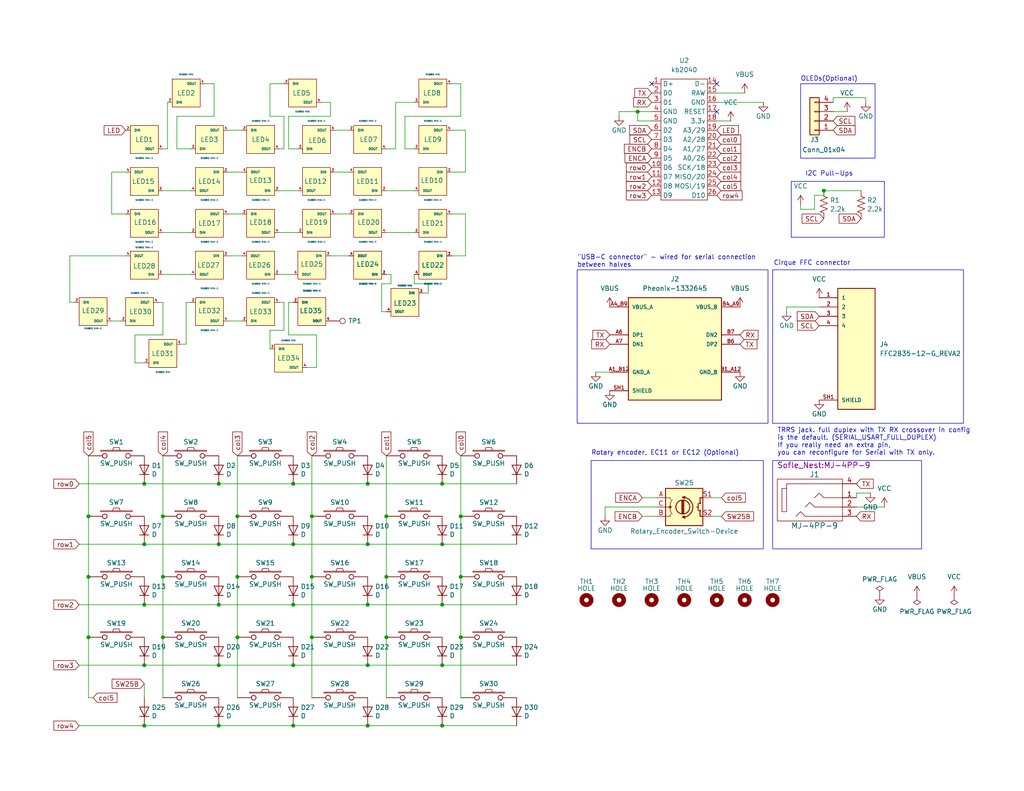
<source format=kicad_sch>
(kicad_sch (version 20250114) (generator "eeschema") (generator_version "9.0")
  (paper "A")
  (title_block (title "Sofle Nest") (date "2025-12-28") (rev "v0") (comment 1 "Designed by Nes Fish") (comment 2 "https://github.com/fishjord/sofle-nest") (comment 4 "Based on the Sofle Pico by Ryan Neff and P. Werle") (comment 5 "https://www.soflepico.com/") (comment 7 "Based on the Sofle by Josef Adamcik") (comment 8 "https://github.com/josefadamcik/SofleKeyboard"))
  (lib_symbols
    (symbol "Connector:TestPoint" (pin_numbers (hide yes)) (pin_names (offset 0.762) (hide yes))
      (property "Reference" "TP" (at 0 6.858 0))
      (property "Value" "TestPoint" (at 0 5.08 0))
      (symbol "TestPoint_1_1"
        (pin passive line (at 0 0 90) (length 2.54) (name "1") (number "1"))
      )
    )
    (symbol "Device:R_US" (pin_numbers (hide yes)) (pin_names (offset 0))
      (property "Reference" "R" (at 2.54 0 90))
      (property "Value" "R_US" (at -2.54 0 90))
      (symbol "R_US_1_1"
        (pin passive line (at 0 3.81 270) (length 1.27) (name "~") (number "1"))
        (pin passive line (at 0 -3.81 90) (length 1.27) (name "~") (number "2"))
      )
    )
    (symbol "Sofle_Nest:FFC2B35-12-G_REVA2" (pin_names (offset 1.016))
      (property "Reference" "J" (at -5.08 19.05 0))
      (property "Value" "FFC2B35-12-G_REVA2" (at -5.08 -17.78 0))
      (symbol "FFC2B35-12-G_REVA2_0_0"
        (pin passive line (at -10.16 15.24 0) (length 5.08) (name "1") (number "1"))
        (pin passive line (at -10.16 12.7 0) (length 5.08) (name "2") (number "2"))
        (pin passive line (at -10.16 10.16 0) (length 5.08) (name "3") (number "3"))
        (pin passive line (at -10.16 7.62 0) (length 5.08) (name "4") (number "4"))
      )
      (symbol "FFC2B35-12-G_REVA2_1_0"
        (pin passive line (at -10.16 -12.7 0) (length 5.08) (name "SHIELD") (number "SH1"))
      )
    )
    (symbol "Sofle_Nest:Key_Diode" (pin_numbers (hide yes)) (pin_names (offset 1.016) (hide yes))
      (property "Reference" "D1" (at 1.1684 -2.0066 90))
      (property "Value" "D" (at -1.143 -2.0066 90))
      (symbol "Key_Diode_1_1"
        (pin passive line (at -3.81 0 0) (length 2.54) (name "K") (number "1"))
        (pin passive line (at 3.81 0 180) (length 2.54) (name "A") (number "2"))
      )
    )
    (symbol "Sofle_Nest:MJ-4PP-9" (pin_names (offset 1.016))
      (property "Reference" "J1" (at 0 6.35 0))
      (property "Value" "MJ-4PP-9" (at 0 -7.62 0))
      (property "Footprint" "Sofle_Nest:MJ-4PP-9" (at 2.54 8.89 0))
      (symbol "MJ-4PP-9_1_1"
        (pin passive line (at 11.43 3.81 180) (length 3.81) (name "~") (number "4"))
        (pin passive line (at 11.43 0 180) (length 3.81) (name "~") (number "1"))
        (pin passive line (at 11.43 -2.54 180) (length 3.81) (name "~") (number "2"))
        (pin passive line (at 11.43 -5.08 180) (length 3.81) (name "~") (number "3"))
      )
    )
    (symbol "Sofle_Nest:MountingHole" (pin_names (offset 1.016))
      (property "Reference" "TH8" (at 0 5.08 0))
      (property "Value" "HOLE" (at 0 3.175 0))
    )
    (symbol "Sofle_Nest:OLED_header" (pin_names (offset 1.016) (hide yes))
      (property "Reference" "J3" (at 0 5.08 0))
      (property "Value" "OLED_header" (at -2.54 -7.874 0))
      (symbol "OLED_header_1_1"
        (pin bidirectional line (at -5.08 2.54 0) (length 3.81) (name "Pin_1") (number "1"))
        (pin bidirectional line (at -5.08 0 0) (length 3.81) (name "Pin_2") (number "2"))
        (pin power_in line (at -5.08 -2.54 0) (length 3.81) (name "Pin_3") (number "3"))
        (pin power_in line (at -5.08 -5.08 0) (length 3.81) (name "Pin_4") (number "4"))
        (pin free line (at -5.08 -7.62 0) (length 3.81) (hide yes) (name "Pin_1") (number "5"))
        (pin free line (at -5.08 -10.16 0) (length 3.81) (hide yes) (name "Pin_2") (number "6"))
        (pin free line (at -5.08 -12.7 0) (length 3.81) (hide yes) (name "Pin_3") (number "7"))
        (pin free line (at -5.08 -15.24 0) (length 3.81) (hide yes) (name "Pin_4") (number "8"))
      )
    )
    (symbol "Sofle_Nest:PWR_FLAG" (power) (pin_numbers (hide yes)) (pin_names (offset 0) (hide yes))
      (property "Value" "PWR_FLAG" (at 0 4.4196 0))
      (symbol "PWR_FLAG_0_0"
        (pin power_out line (at 0 0 90) (length 0) (name "pwr") (number "1"))
      )
    )
    (symbol "Sofle_Nest:Pheonix-1332645" (pin_names (offset 1.016))
      (property "Reference" "J" (at -12.7 13.462 0))
      (property "Value" "Pheonix-1332645" (at -12.7 -17.78 0))
      (symbol "Pheonix-1332645_0_0"
        (pin power_in line (at -17.78 10.16 0) (length 5.08) (name "VBUS_A") (number "A4_B9"))
        (pin bidirectional line (at -17.78 2.54 0) (length 5.08) (name "DP1") (number "A6"))
        (pin bidirectional line (at -17.78 0 0) (length 5.08) (name "DN1") (number "A7"))
        (pin power_in line (at -17.78 -7.62 0) (length 5.08) (name "GND_A") (number "A1_B12"))
        (pin passive line (at -17.78 -12.7 0) (length 5.08) (name "SHIELD") (number "SH1"))
        (pin passive line (at -17.78 -12.7 0) (length 5.08) (hide yes) (name "SHIELD") (number "SH2"))
        (pin passive line (at -17.78 -12.7 0) (length 5.08) (hide yes) (name "SHIELD") (number "SH3"))
        (pin passive line (at -17.78 -12.7 0) (length 5.08) (hide yes) (name "SHIELD") (number "SH4"))
        (pin power_in line (at 17.78 10.16 180) (length 5.08) (name "VBUS_B") (number "B4_A9"))
        (pin bidirectional line (at 17.78 2.54 180) (length 5.08) (name "DN2") (number "B7"))
        (pin bidirectional line (at 17.78 0 180) (length 5.08) (name "DP2") (number "B6"))
        (pin power_in line (at 17.78 -7.62 180) (length 5.08) (name "GND_B") (number "B1_A12"))
      )
    )
    (symbol "Sofle_Nest:Rotary_Encoder_Switch-Device" (pin_names (offset 0.254) (hide yes))
      (property "Reference" "SW25" (at 0 6.604 0))
      (property "Value" "Rotary_Encoder_Switch-Device" (at 0 -6.604 0))
      (symbol "Rotary_Encoder_Switch-Device_1_1"
        (pin passive line (at -7.62 2.54 0) (length 2.54) (name "A") (number "A"))
        (pin passive line (at -7.62 0 0) (length 2.54) (name "C") (number "C"))
        (pin passive line (at -7.62 -2.54 0) (length 2.54) (name "B") (number "B"))
        (pin passive line (at 7.62 2.54 180) (length 2.54) (name "S1") (number "S1"))
        (pin passive line (at 7.62 -2.54 180) (length 2.54) (name "S2") (number "S2"))
      )
    )
    (symbol "Sofle_Nest:SK6812-MINI" (pin_names (offset 1.016))
      (property "Reference" "LED1" (at 0 0 0))
      (property "Value" "SK6812 MINI" (at 0 5.08 0))
      (symbol "SK6812-MINI_1_1"
        (pin power_in line (at -5.08 2.54 0) (length 1.27) (hide yes) (name "VCC") (number "3"))
        (pin output line (at -5.08 -2.54 0) (length 1.27) (name "DOUT") (number "4"))
        (pin input line (at 5.08 2.54 180) (length 1.27) (name "DIN") (number "2"))
        (pin power_in line (at 5.08 -2.54 180) (length 1.27) (hide yes) (name "GND") (number "1"))
      )
    )
    (symbol "Sofle_Nest:SK6812-MINI-E" (pin_names (offset 1.016))
      (property "Reference" "LED1" (at 0 0 0))
      (property "Value" "SK6812 MINI-E" (at 0 5.08 0))
      (symbol "SK6812-MINI-E_1_1"
        (pin power_in line (at -5.08 2.54 0) (length 1.27) (hide yes) (name "VCC") (number "3"))
        (pin output line (at -5.08 -2.54 0) (length 1.27) (name "DOUT") (number "4"))
        (pin input line (at 5.08 2.54 180) (length 1.27) (name "DIN") (number "2"))
        (pin power_in line (at 5.08 -2.54 180) (length 1.27) (hide yes) (name "GND") (number "1"))
      )
    )
    (symbol "Sofle_Nest:SW_PUSH" (pin_numbers (hide yes)) (pin_names (offset 1.016) (hide yes))
      (property "Reference" "SW1" (at 0 3.81 0))
      (property "Value" "SW_PUSH" (at 0 -2.032 0))
      (symbol "SW_PUSH_0_1"
        (pin passive inverted (at -7.62 0 0) (length 5.08) (name "1") (number "1"))
        (pin passive inverted (at 7.62 0 180) (length 5.08) (name "2") (number "2"))
      )
    )
    (symbol "Sofle_Nest:kb2040"
      (property "Reference" "U2" (at 6.35 1.27 0))
      (property "Value" "kb2040" (at 6.35 -1.27 0))
      (symbol "kb2040_1_1"
        (pin power_in line (at -2.54 -5.08 0) (length 2.54) (name "D+") (number "1"))
        (pin bidirectional line (at -2.54 -7.62 0) (length 2.54) (name "D0") (number "2"))
        (pin bidirectional line (at -2.54 -10.16 0) (length 2.54) (name "D1") (number "3"))
        (pin power_in line (at -2.54 -12.7 0) (length 2.54) (name "GND") (number "4"))
        (pin power_in line (at -2.54 -15.24 0) (length 2.54) (name "GND") (number "5"))
        (pin bidirectional line (at -2.54 -17.78 0) (length 2.54) (name "D2") (number "6"))
        (pin bidirectional line (at -2.54 -20.32 0) (length 2.54) (name "D3") (number "7"))
        (pin bidirectional line (at -2.54 -22.86 0) (length 2.54) (name "D4") (number "8"))
        (pin bidirectional line (at -2.54 -25.4 0) (length 2.54) (name "D5") (number "9"))
        (pin bidirectional line (at -2.54 -27.94 0) (length 2.54) (name "D6") (number "10"))
        (pin bidirectional line (at -2.54 -30.48 0) (length 2.54) (name "D7") (number "11"))
        (pin bidirectional line (at -2.54 -33.02 0) (length 2.54) (name "D8") (number "12"))
        (pin bidirectional line (at -2.54 -35.56 0) (length 2.54) (name "D9") (number "13"))
        (pin power_in line (at 15.24 -5.08 180) (length 2.54) (name "D-") (number "14"))
        (pin power_in line (at 15.24 -7.62 180) (length 2.54) (name "RAW") (number "15"))
        (pin power_in line (at 15.24 -10.16 180) (length 2.54) (name "GND") (number "16"))
        (pin bidirectional line (at 15.24 -12.7 180) (length 2.54) (name "RESET") (number "17"))
        (pin power_in line (at 15.24 -15.24 180) (length 2.54) (name "3.3v") (number "18"))
        (pin bidirectional line (at 15.24 -17.78 180) (length 2.54) (name "A3/29") (number "19"))
        (pin bidirectional line (at 15.24 -20.32 180) (length 2.54) (name "A2/28") (number "20"))
        (pin bidirectional line (at 15.24 -22.86 180) (length 2.54) (name "A1/27") (number "21"))
        (pin bidirectional line (at 15.24 -25.4 180) (length 2.54) (name "A0/26") (number "22"))
        (pin bidirectional line (at 15.24 -27.94 180) (length 2.54) (name "SCK/18") (number "23"))
        (pin bidirectional line (at 15.24 -30.48 180) (length 2.54) (name "MISO/20") (number "24"))
        (pin bidirectional line (at 15.24 -33.02 180) (length 2.54) (name "MOSI/19") (number "25"))
        (pin bidirectional line (at 15.24 -35.56 180) (length 2.54) (name "D10") (number "26"))
      )
    )
    (symbol "power:GND" (power) (pin_numbers (hide yes)) (pin_names (offset 0) (hide yes))
      (property "Value" "GND" (at 0 -3.81 0))
      (symbol "GND_1_1"
        (pin power_in line (at 0 0 270) (length 0) (name "~") (number "1"))
      )
    )
    (symbol "power:VBUS" (power) (pin_numbers (hide yes)) (pin_names (offset 0) (hide yes))
      (property "Value" "VBUS" (at 0 3.556 0))
      (symbol "VBUS_1_1"
        (pin power_in line (at 0 0 90) (length 0) (name "~") (number "1"))
      )
    )
    (symbol "power:VDC" (power) (pin_numbers (hide yes)) (pin_names (offset 0) (hide yes))
      (property "Value" "VDC" (at 0 3.556 0))
      (symbol "VDC_1_1"
        (pin power_in line (at 0 0 90) (length 0) (name "~") (number "1"))
      )
    )
  )
  (rectangle (start 218.44 22.86) (end 238.76 43.18))
  (rectangle (start 215.9 49.53) (end 241.3 64.77))
  (rectangle (start 210.82 73.66) (end 262.89 115.57))
  (rectangle (start 161.29 125.73) (end 208.28 149.86))
  (rectangle (start 210.82 125.73) (end 251.46 149.86))
  (rectangle (start 157.48 73.66) (end 209.55 115.57))
  (text "TRRS jack. full duplex with TX RX crossover in config \nis the default. (SERIAL_USART_FULL_DUPLEX)\nIf you really need an extra pin, \nyou can reconfigure for Serial with TX only." (at 212.09 124.46 0) (effects (font (size 1.27 1.27)) (justify left bottom)))
  (text "I2C Pull-Ups " (at 219.71 48.26 0) (effects (font (size 1.27 1.27)) (justify left bottom)))
  (text "Rotary encoder, EC11 or EC12 (Optional)\n" (at 161.29 124.46 0) (effects (font (size 1.27 1.27)) (justify left bottom)))
  (text "Cirque FFC connector" (at 211.074 72.644 0) (effects (font (size 1.27 1.27)) (justify left bottom)))
  (text "OLEDs(Optional)\n" (at 218.44 22.352 0) (effects (font (size 1.27 1.27)) (justify left bottom)))
  (text "\"USB-C connector\" - wired for serial connection\nbetween halves" (at 157.48 73.152 0) (effects (font (size 1.27 1.27)) (justify left bottom)))
  (junction (at 59.69 198.12))
  (junction (at 44.45 157.48))
  (junction (at 85.09 157.48))
  (junction (at 120.65 148.59))
  (junction (at 24.13 173.99))
  (junction (at 105.41 140.97))
  (junction (at 80.01 181.61))
  (junction (at 100.33 165.1))
  (junction (at 24.13 140.97))
  (junction (at 59.69 165.1))
  (junction (at 125.73 140.97))
  (junction (at 59.69 148.59))
  (junction (at 59.69 132.08))
  (junction (at 105.41 157.48))
  (junction (at 120.65 165.1))
  (junction (at 100.33 198.12))
  (junction (at 64.77 173.99))
  (junction (at 173.99 30.48))
  (junction (at 39.37 132.08))
  (junction (at 120.65 198.12))
  (junction (at 120.65 132.08))
  (junction (at 80.01 165.1))
  (junction (at 39.37 165.1))
  (junction (at 125.73 157.48))
  (junction (at 44.45 173.99))
  (junction (at 80.01 148.59))
  (junction (at 64.77 157.48))
  (junction (at 85.09 140.97))
  (junction (at 80.01 132.08))
  (junction (at 39.37 181.61))
  (junction (at 44.45 140.97))
  (junction (at 59.69 181.61))
  (junction (at 39.37 198.12))
  (junction (at 80.01 198.12))
  (junction (at 100.33 181.61))
  (junction (at 224.79 52.07))
  (junction (at 100.33 148.59))
  (junction (at 105.41 173.99))
  (junction (at 39.37 148.59))
  (junction (at 85.09 173.99))
  (junction (at 120.65 181.61))
  (junction (at 125.73 173.99))
  (junction (at 100.33 132.08))
  (junction (at 24.13 157.48))
  (junction (at 64.77 140.97))
  (no_connect (at 177.8 22.86))
  (no_connect (at 195.58 30.48))
  (no_connect (at 195.58 22.86))
  (wire (pts (xy 110.49 40.64) (xy 113.03 40.64)))
  (wire (pts (xy 91.44 35.56) (xy 95.25 35.56)))
  (wire (pts (xy 39.37 165.1) (xy 21.59 165.1)))
  (wire (pts (xy 120.65 181.61) (xy 140.97 181.61)))
  (wire (pts (xy 90.17 69.85) (xy 95.25 69.85)))
  (wire (pts (xy 78.74 40.64) (xy 81.28 40.64)))
  (wire (pts (xy 48.26 31.75) (xy 48.26 40.64)))
  (wire (pts (xy 49.53 93.98) (xy 50.8 93.98)))
  (wire (pts (xy 44.45 52.07) (xy 52.07 52.07)))
  (wire (pts (xy 91.44 46.99) (xy 95.25 46.99)))
  (wire (pts (xy 113.03 77.47) (xy 116.84 77.47)))
  (wire (pts (xy 59.69 165.1) (xy 39.37 165.1)))
  (wire (pts (xy 123.19 35.56) (xy 127 35.56)))
  (wire (pts (xy 78.74 31.75) (xy 78.74 40.64)))
  (wire (pts (xy 44.45 140.97) (xy 44.45 157.48)))
  (wire (pts (xy 39.37 148.59) (xy 21.59 148.59)))
  (wire (pts (xy 90.17 27.94) (xy 90.17 31.75)))
  (wire (pts (xy 39.37 181.61) (xy 21.59 181.61)))
  (wire (pts (xy 177.8 33.02) (xy 173.99 33.02)))
  (wire (pts (xy 62.23 69.85) (xy 66.04 69.85)))
  (wire (pts (xy 233.68 134.62) (xy 233.68 135.89)))
  (wire (pts (xy 43.18 82.55) (xy 44.45 82.55)))
  (wire (pts (xy 62.23 35.56) (xy 66.04 35.56)))
  (wire (pts (xy 90.17 31.75) (xy 78.74 31.75)))
  (wire (pts (xy 194.31 140.97) (xy 196.85 140.97)))
  (wire (pts (xy 30.48 58.42) (xy 34.29 58.42)))
  (wire (pts (xy 76.2 63.5) (xy 81.28 63.5)))
  (wire (pts (xy 222.25 53.34) (xy 224.79 53.34)))
  (wire (pts (xy 73.66 22.86) (xy 77.47 22.86)))
  (wire (pts (xy 116.84 77.47) (xy 116.84 80.01)))
  (wire (pts (xy 48.26 40.64) (xy 52.07 40.64)))
  (wire (pts (xy 125.73 173.99) (xy 125.73 190.5)))
  (wire (pts (xy 34.29 46.99) (xy 30.48 46.99)))
  (wire (pts (xy 120.65 198.12) (xy 140.97 198.12)))
  (wire (pts (xy 227.33 26.67) (xy 227.33 27.94)))
  (wire (pts (xy 236.22 26.67) (xy 236.22 27.94)))
  (wire (pts (xy 64.77 140.97) (xy 64.77 157.48)))
  (wire (pts (xy 77.47 82.55) (xy 77.47 90.17)))
  (wire (pts (xy 123.19 58.42) (xy 127 58.42)))
  (wire (pts (xy 125.73 157.48) (xy 125.73 140.97)))
  (wire (pts (xy 36.83 91.44) (xy 36.83 99.06)))
  (wire (pts (xy 80.01 181.61) (xy 100.33 181.61)))
  (wire (pts (xy 179.07 138.43) (xy 165.1 138.43)))
  (wire (pts (xy 168.91 31.75) (xy 168.91 30.48)))
  (wire (pts (xy 73.66 31.75) (xy 73.66 22.86)))
  (wire (pts (xy 100.33 181.61) (xy 120.65 181.61)))
  (wire (pts (xy 105.41 124.46) (xy 105.41 140.97)))
  (wire (pts (xy 127 35.56) (xy 127 46.99)))
  (wire (pts (xy 120.65 132.08) (xy 100.33 132.08)))
  (wire (pts (xy 44.45 91.44) (xy 36.83 91.44)))
  (wire (pts (xy 64.77 124.46) (xy 64.77 140.97)))
  (wire (pts (xy 62.23 87.63) (xy 66.04 87.63)))
  (wire (pts (xy 83.82 100.33) (xy 86.36 100.33)))
  (wire (pts (xy 231.14 30.48) (xy 227.33 30.48)))
  (wire (pts (xy 77.47 40.64) (xy 77.47 31.75)))
  (wire (pts (xy 237.49 134.62) (xy 233.68 134.62)))
  (wire (pts (xy 80.01 165.1) (xy 100.33 165.1)))
  (wire (pts (xy 76.2 40.64) (xy 77.47 40.64)))
  (wire (pts (xy 59.69 132.08) (xy 39.37 132.08)))
  (wire (pts (xy 85.09 173.99) (xy 85.09 190.5)))
  (wire (pts (xy 107.95 27.94) (xy 113.03 27.94)))
  (wire (pts (xy 77.47 31.75) (xy 73.66 31.75)))
  (wire (pts (xy 162.56 101.6) (xy 166.37 101.6)))
  (wire (pts (xy 125.73 31.75) (xy 110.49 31.75)))
  (wire (pts (xy 39.37 186.69) (xy 39.37 190.5)))
  (wire (pts (xy 224.79 53.34) (xy 224.79 52.07)))
  (wire (pts (xy 44.45 63.5) (xy 52.07 63.5)))
  (wire (pts (xy 30.48 46.99) (xy 30.48 58.42)))
  (wire (pts (xy 59.69 132.08) (xy 80.01 132.08)))
  (wire (pts (xy 123.19 22.86) (xy 125.73 22.86)))
  (wire (pts (xy 199.39 33.02) (xy 195.58 33.02)))
  (wire (pts (xy 214.63 83.82) (xy 223.52 83.82)))
  (wire (pts (xy 78.74 82.55) (xy 80.01 82.55)))
  (wire (pts (xy 127 69.85) (xy 123.19 69.85)))
  (wire (pts (xy 104.14 77.47) (xy 106.68 77.47)))
  (wire (pts (xy 64.77 157.48) (xy 64.77 173.99)))
  (wire (pts (xy 105.41 52.07) (xy 113.03 52.07)))
  (wire (pts (xy 44.45 74.93) (xy 52.07 74.93)))
  (wire (pts (xy 105.41 173.99) (xy 105.41 190.5)))
  (wire (pts (xy 175.26 140.97) (xy 179.07 140.97)))
  (wire (pts (xy 105.41 40.64) (xy 107.95 40.64)))
  (wire (pts (xy 59.69 148.59) (xy 80.01 148.59)))
  (wire (pts (xy 39.37 198.12) (xy 59.69 198.12)))
  (wire (pts (xy 120.65 148.59) (xy 140.97 148.59)))
  (wire (pts (xy 44.45 40.64) (xy 45.72 40.64)))
  (wire (pts (xy 44.45 82.55) (xy 44.45 91.44)))
  (wire (pts (xy 45.72 40.64) (xy 45.72 27.94)))
  (wire (pts (xy 24.13 173.99) (xy 24.13 190.5)))
  (wire (pts (xy 116.84 80.01) (xy 115.57 80.01)))
  (wire (pts (xy 78.74 91.44) (xy 78.74 82.55)))
  (wire (pts (xy 62.23 46.99) (xy 66.04 46.99)))
  (wire (pts (xy 62.23 58.42) (xy 66.04 58.42)))
  (wire (pts (xy 222.25 57.15) (xy 222.25 53.34)))
  (wire (pts (xy 106.68 77.47) (xy 106.68 74.93)))
  (wire (pts (xy 100.33 165.1) (xy 120.65 165.1)))
  (wire (pts (xy 58.42 31.75) (xy 48.26 31.75)))
  (wire (pts (xy 76.2 52.07) (xy 81.28 52.07)))
  (wire (pts (xy 104.14 85.09) (xy 104.14 77.47)))
  (wire (pts (xy 50.8 82.55) (xy 52.07 82.55)))
  (wire (pts (xy 233.68 138.43) (xy 241.3 138.43)))
  (wire (pts (xy 100.33 148.59) (xy 120.65 148.59)))
  (wire (pts (xy 104.14 85.09) (xy 105.41 85.09)))
  (wire (pts (xy 105.41 140.97) (xy 105.41 157.48)))
  (wire (pts (xy 85.09 157.48) (xy 85.09 173.99)))
  (wire (pts (xy 123.19 46.99) (xy 127 46.99)))
  (wire (pts (xy 194.31 135.89) (xy 196.85 135.89)))
  (wire (pts (xy 24.13 157.48) (xy 24.13 173.99)))
  (wire (pts (xy 55.88 22.86) (xy 58.42 22.86)))
  (wire (pts (xy 218.44 57.15) (xy 222.25 57.15)))
  (wire (pts (xy 85.09 140.97) (xy 85.09 157.48)))
  (wire (pts (xy 85.09 124.46) (xy 85.09 140.97)))
  (wire (pts (xy 44.45 124.46) (xy 44.45 140.97)))
  (wire (pts (xy 80.01 148.59) (xy 100.33 148.59)))
  (wire (pts (xy 86.36 91.44) (xy 78.74 91.44)))
  (wire (pts (xy 76.2 82.55) (xy 77.47 82.55)))
  (wire (pts (xy 19.05 82.55) (xy 20.32 82.55)))
  (wire (pts (xy 120.65 165.1) (xy 140.97 165.1)))
  (wire (pts (xy 236.22 26.67) (xy 227.33 26.67)))
  (wire (pts (xy 59.69 181.61) (xy 39.37 181.61)))
  (wire (pts (xy 58.42 22.86) (xy 58.42 31.75)))
  (wire (pts (xy 105.41 63.5) (xy 113.03 63.5)))
  (wire (pts (xy 44.45 173.99) (xy 44.45 190.5)))
  (wire (pts (xy 107.95 40.64) (xy 107.95 27.94)))
  (wire (pts (xy 80.01 198.12) (xy 100.33 198.12)))
  (wire (pts (xy 91.44 58.42) (xy 95.25 58.42)))
  (wire (pts (xy 110.49 31.75) (xy 110.49 40.64)))
  (wire (pts (xy 24.13 140.97) (xy 24.13 157.48)))
  (wire (pts (xy 73.66 90.17) (xy 73.66 95.25)))
  (wire (pts (xy 106.68 74.93) (xy 105.41 74.93)))
  (wire (pts (xy 168.91 30.48) (xy 173.99 30.48)))
  (wire (pts (xy 195.58 25.4) (xy 203.2 25.4)))
  (wire (pts (xy 224.79 52.07) (xy 234.95 52.07)))
  (wire (pts (xy 100.33 198.12) (xy 120.65 198.12)))
  (wire (pts (xy 64.77 173.99) (xy 64.77 190.5)))
  (wire (pts (xy 87.63 27.94) (xy 90.17 27.94)))
  (wire (pts (xy 173.99 30.48) (xy 177.8 30.48)))
  (wire (pts (xy 59.69 198.12) (xy 80.01 198.12)))
  (wire (pts (xy 59.69 181.61) (xy 80.01 181.61)))
  (wire (pts (xy 36.83 99.06) (xy 39.37 99.06)))
  (wire (pts (xy 50.8 93.98) (xy 50.8 82.55)))
  (wire (pts (xy 214.63 85.09) (xy 214.63 83.82)))
  (wire (pts (xy 24.13 124.46) (xy 24.13 140.97)))
  (wire (pts (xy 120.65 132.08) (xy 140.97 132.08)))
  (wire (pts (xy 77.47 90.17) (xy 73.66 90.17)))
  (wire (pts (xy 59.69 165.1) (xy 80.01 165.1)))
  (wire (pts (xy 44.45 157.48) (xy 44.45 173.99)))
  (wire (pts (xy 19.05 69.85) (xy 19.05 82.55)))
  (wire (pts (xy 113.03 74.93) (xy 113.03 77.47)))
  (wire (pts (xy 80.01 132.08) (xy 100.33 132.08)))
  (wire (pts (xy 105.41 157.48) (xy 105.41 173.99)))
  (wire (pts (xy 21.59 198.12) (xy 39.37 198.12)))
  (wire (pts (xy 173.99 33.02) (xy 173.99 30.48)))
  (wire (pts (xy 34.29 69.85) (xy 19.05 69.85)))
  (wire (pts (xy 175.26 135.89) (xy 179.07 135.89)))
  (wire (pts (xy 165.1 138.43) (xy 165.1 140.97)))
  (wire (pts (xy 30.48 87.63) (xy 33.02 87.63)))
  (wire (pts (xy 86.36 100.33) (xy 86.36 91.44)))
  (wire (pts (xy 24.13 190.5) (xy 25.4 190.5)))
  (wire (pts (xy 125.73 140.97) (xy 125.73 124.46)))
  (wire (pts (xy 59.69 148.59) (xy 39.37 148.59)))
  (wire (pts (xy 218.44 57.15) (xy 218.44 55.88)))
  (wire (pts (xy 125.73 157.48) (xy 125.73 173.99)))
  (wire (pts (xy 76.2 74.93) (xy 80.01 74.93)))
  (wire (pts (xy 125.73 22.86) (xy 125.73 31.75)))
  (wire (pts (xy 195.58 27.94) (xy 208.28 27.94)))
  (wire (pts (xy 127 58.42) (xy 127 69.85)))
  (wire (pts (xy 39.37 132.08) (xy 21.59 132.08)))
  (global_label "SDA" (shape input) (at 227.33 35.56 0) (property "Intersheetrefs" "${INTERSHEET_REFS}" (effects (hide yes))))
  (global_label "row2" (shape input) (at 21.59 165.1 180) (property "Intersheetrefs" "${INTERSHEET_REFS}" (effects (hide yes))))
  (global_label "TX" (shape input) (at 166.37 91.44 180) (property "Intersheetrefs" "${INTERSHEET_REFS}" (effects (hide yes))))
  (global_label "col2" (shape input) (at 195.58 43.18 0) (property "Intersheetrefs" "${INTERSHEET_REFS}" (effects (hide yes))))
  (global_label "col0" (shape input) (at 125.73 124.46 90) (property "Intersheetrefs" "${INTERSHEET_REFS}" (effects (hide yes))))
  (global_label "SCL" (shape input) (at 223.52 88.9 180) (property "Intersheetrefs" "${INTERSHEET_REFS}" (effects (hide yes))))
  (global_label "RX" (shape input) (at 177.8 27.94 180) (property "Intersheetrefs" "${INTERSHEET_REFS}" (effects (hide yes))))
  (global_label "col0" (shape input) (at 195.58 38.1 0) (property "Intersheetrefs" "${INTERSHEET_REFS}" (effects (hide yes))))
  (global_label "SCL" (shape input) (at 227.33 33.02 0) (property "Intersheetrefs" "${INTERSHEET_REFS}" (effects (hide yes))))
  (global_label "ENCB" (shape input) (at 175.26 140.97 180) (property "Intersheetrefs" "${INTERSHEET_REFS}" (effects (hide yes))))
  (global_label "row4" (shape input) (at 21.59 198.12 180) (property "Intersheetrefs" "${INTERSHEET_REFS}" (effects (hide yes))))
  (global_label "row0" (shape input) (at 21.59 132.08 180) (property "Intersheetrefs" "${INTERSHEET_REFS}" (effects (hide yes))))
  (global_label "col4" (shape input) (at 44.45 124.46 90) (property "Intersheetrefs" "${INTERSHEET_REFS}" (effects (hide yes))))
  (global_label "SDA" (shape input) (at 223.52 86.36 180) (property "Intersheetrefs" "${INTERSHEET_REFS}" (effects (hide yes))))
  (global_label "col2" (shape input) (at 85.09 124.46 90) (property "Intersheetrefs" "${INTERSHEET_REFS}" (effects (hide yes))))
  (global_label "SCL" (shape input) (at 224.79 59.69 180) (property "Intersheetrefs" "${INTERSHEET_REFS}" (effects (hide yes))))
  (global_label "ENCB" (shape input) (at 177.8 40.64 180) (property "Intersheetrefs" "${INTERSHEET_REFS}" (effects (hide yes))))
  (global_label "TX" (shape input) (at 177.8 25.4 180) (property "Intersheetrefs" "${INTERSHEET_REFS}" (effects (hide yes))))
  (global_label "RX" (shape input) (at 233.68 140.97 0) (property "Intersheetrefs" "${INTERSHEET_REFS}" (effects (hide yes))))
  (global_label "row3" (shape input) (at 21.59 181.61 180) (property "Intersheetrefs" "${INTERSHEET_REFS}" (effects (hide yes))))
  (global_label "col5" (shape input) (at 24.13 124.46 90) (property "Intersheetrefs" "${INTERSHEET_REFS}" (effects (hide yes))))
  (global_label "RX" (shape input) (at 166.37 93.98 180) (property "Intersheetrefs" "${INTERSHEET_REFS}" (effects (hide yes))))
  (global_label "ENCA" (shape input) (at 177.8 43.18 180) (property "Intersheetrefs" "${INTERSHEET_REFS}" (effects (hide yes))))
  (global_label "col3" (shape input) (at 195.58 45.72 0) (property "Intersheetrefs" "${INTERSHEET_REFS}" (effects (hide yes))))
  (global_label "row3" (shape input) (at 177.8 53.34 180) (property "Intersheetrefs" "${INTERSHEET_REFS}" (effects (hide yes))))
  (global_label "LED" (shape input) (at 34.29 35.56 180) (property "Intersheetrefs" "${INTERSHEET_REFS}" (effects (hide yes))))
  (global_label "ENCA" (shape input) (at 175.26 135.89 180) (property "Intersheetrefs" "${INTERSHEET_REFS}" (effects (hide yes))))
  (global_label "SW25B" (shape input) (at 39.37 186.69 180) (property "Intersheetrefs" "${INTERSHEET_REFS}" (effects (hide yes))))
  (global_label "col5" (shape input) (at 195.58 50.8 0) (property "Intersheetrefs" "${INTERSHEET_REFS}" (effects (hide yes))))
  (global_label "col1" (shape input) (at 195.58 40.64 0) (property "Intersheetrefs" "${INTERSHEET_REFS}" (effects (hide yes))))
  (global_label "col5" (shape input) (at 25.4 190.5 0) (property "Intersheetrefs" "${INTERSHEET_REFS}" (effects (hide yes))))
  (global_label "row4" (shape input) (at 195.58 53.34 0) (property "Intersheetrefs" "${INTERSHEET_REFS}" (effects (hide yes))))
  (global_label "row1" (shape input) (at 177.8 48.26 180) (property "Intersheetrefs" "${INTERSHEET_REFS}" (effects (hide yes))))
  (global_label "TX" (shape input) (at 201.93 93.98 0) (property "Intersheetrefs" "${INTERSHEET_REFS}" (effects (hide yes))))
  (global_label "TX" (shape input) (at 233.68 132.08 0) (property "Intersheetrefs" "${INTERSHEET_REFS}" (effects (hide yes))))
  (global_label "SCL" (shape input) (at 177.8 38.1 180) (property "Intersheetrefs" "${INTERSHEET_REFS}" (effects (hide yes))))
  (global_label "col3" (shape input) (at 64.77 124.46 90) (property "Intersheetrefs" "${INTERSHEET_REFS}" (effects (hide yes))))
  (global_label "SW25B" (shape input) (at 196.85 140.97 0) (property "Intersheetrefs" "${INTERSHEET_REFS}" (effects (hide yes))))
  (global_label "LED" (shape input) (at 195.58 35.56 0) (property "Intersheetrefs" "${INTERSHEET_REFS}" (effects (hide yes))))
  (global_label "row0" (shape input) (at 177.8 45.72 180) (property "Intersheetrefs" "${INTERSHEET_REFS}" (effects (hide yes))))
  (global_label "row1" (shape input) (at 21.59 148.59 180) (property "Intersheetrefs" "${INTERSHEET_REFS}" (effects (hide yes))))
  (global_label "SDA" (shape input) (at 177.8 35.56 180) (property "Intersheetrefs" "${INTERSHEET_REFS}" (effects (hide yes))))
  (global_label "row2" (shape input) (at 177.8 50.8 180) (property "Intersheetrefs" "${INTERSHEET_REFS}" (effects (hide yes))))
  (global_label "col5" (shape input) (at 196.85 135.89 0) (property "Intersheetrefs" "${INTERSHEET_REFS}" (effects (hide yes))))
  (global_label "col4" (shape input) (at 195.58 48.26 0) (property "Intersheetrefs" "${INTERSHEET_REFS}" (effects (hide yes))))
  (global_label "RX" (shape input) (at 201.93 91.44 0) (property "Intersheetrefs" "${INTERSHEET_REFS}" (effects (hide yes))))
  (global_label "SDA" (shape input) (at 234.95 59.69 180) (property "Intersheetrefs" "${INTERSHEET_REFS}" (effects (hide yes))))
  (global_label "col1" (shape input) (at 105.41 124.46 90) (property "Intersheetrefs" "${INTERSHEET_REFS}" (effects (hide yes))))
  (symbol (lib_id "Sofle_Nest:SW_PUSH") (at 31.75 124.46 0) (unit 1)
    (property "Reference" "SW1" (at 31.75 120.65 0))
    (property "Value" "SW_PUSH" (at 31.75 126.492 0))
    (property "Footprint" "Sofle_Nest:Cherry_MX_DS_Hotswap_v3.5.4" (effects (hide yes)))
  )
  (symbol (lib_id "Sofle_Nest:Key_Diode") (at 39.37 128.27 90) (unit 1)
    (property "Reference" "D1" (at 41.3766 127.1016 90) (effects (justify right)))
    (property "Value" "D" (at 41.3766 129.413 90) (effects (justify right)))
    (property "Footprint" "Sofle_Nest:D_SOD-123_DO-35_Hybrid_DoubleSided_V2" (effects (hide yes)))
    (property "MFG" "Semtech" (effects (hide yes)))
    (property "MFG PN" "1N4148W" (effects (hide yes)))
    (property "Voltage Rating" "75v" (effects (hide yes)))
    (property "JLCPCB_PN" "C81598" (effects (hide yes)))
  )
  (symbol (lib_id "Sofle_Nest:SW_PUSH") (at 52.07 124.46 0) (unit 1)
    (property "Reference" "SW2" (at 52.07 120.65 0))
    (property "Value" "SW_PUSH" (at 52.07 126.492 0))
    (property "Footprint" "Sofle_Nest:Cherry_MX_DS_Hotswap_v3.5.4" (effects (hide yes)))
  )
  (symbol (lib_id "Sofle_Nest:Key_Diode") (at 59.69 128.27 90) (unit 1)
    (property "Reference" "D2" (at 61.6966 127.1016 90) (effects (justify right)))
    (property "Value" "D" (at 61.6966 129.413 90) (effects (justify right)))
    (property "Footprint" "Sofle_Nest:D_SOD-123_DO-35_Hybrid_DoubleSided_V2" (effects (hide yes)))
    (property "MFG" "Semtech" (effects (hide yes)))
    (property "MFG PN" "1N4148W" (effects (hide yes)))
    (property "Voltage Rating" "75v" (effects (hide yes)))
    (property "JLCPCB_PN" "C81598" (effects (hide yes)))
  )
  (symbol (lib_id "Sofle_Nest:SW_PUSH") (at 72.39 124.46 0) (unit 1)
    (property "Reference" "SW3" (at 72.39 120.65 0))
    (property "Value" "SW_PUSH" (at 72.39 126.492 0))
    (property "Footprint" "Sofle_Nest:Cherry_MX_DS_Hotswap_v3.5.4" (effects (hide yes)))
  )
  (symbol (lib_id "Sofle_Nest:Key_Diode") (at 80.01 128.27 90) (unit 1)
    (property "Reference" "D3" (at 82.0166 127.1016 90) (effects (justify right)))
    (property "Value" "D" (at 82.0166 129.413 90) (effects (justify right)))
    (property "Footprint" "Sofle_Nest:D_SOD-123_DO-35_Hybrid_DoubleSided_V2" (effects (hide yes)))
    (property "MFG" "Semtech" (effects (hide yes)))
    (property "MFG PN" "1N4148W" (effects (hide yes)))
    (property "Voltage Rating" "75v" (effects (hide yes)))
    (property "JLCPCB_PN" "C81598" (effects (hide yes)))
  )
  (symbol (lib_id "Sofle_Nest:SW_PUSH") (at 92.71 124.46 0) (unit 1)
    (property "Reference" "SW4" (at 92.71 120.65 0))
    (property "Value" "SW_PUSH" (at 92.71 126.492 0))
    (property "Footprint" "Sofle_Nest:Cherry_MX_DS_Hotswap_v3.5.4" (effects (hide yes)))
  )
  (symbol (lib_id "Sofle_Nest:Key_Diode") (at 100.33 128.27 90) (unit 1)
    (property "Reference" "D4" (at 102.3366 127.1016 90) (effects (justify right)))
    (property "Value" "D" (at 102.3366 129.413 90) (effects (justify right)))
    (property "Footprint" "Sofle_Nest:D_SOD-123_DO-35_Hybrid_DoubleSided_V2" (effects (hide yes)))
    (property "MFG" "Semtech" (effects (hide yes)))
    (property "MFG PN" "1N4148W" (effects (hide yes)))
    (property "Voltage Rating" "75v" (effects (hide yes)))
    (property "JLCPCB_PN" "C81598" (effects (hide yes)))
  )
  (symbol (lib_id "Sofle_Nest:SW_PUSH") (at 113.03 124.46 0) (unit 1)
    (property "Reference" "SW5" (at 113.03 120.65 0))
    (property "Value" "SW_PUSH" (at 113.03 126.492 0))
    (property "Footprint" "Sofle_Nest:Cherry_MX_DS_Hotswap_v3.5.4" (effects (hide yes)))
  )
  (symbol (lib_id "Sofle_Nest:Key_Diode") (at 120.65 128.27 90) (unit 1)
    (property "Reference" "D5" (at 122.6566 127.1016 90) (effects (justify right)))
    (property "Value" "D" (at 122.6566 129.413 90) (effects (justify right)))
    (property "Footprint" "Sofle_Nest:D_SOD-123_DO-35_Hybrid_DoubleSided_V2" (effects (hide yes)))
    (property "MFG" "Semtech" (effects (hide yes)))
    (property "MFG PN" "1N4148W" (effects (hide yes)))
    (property "Voltage Rating" "75v" (effects (hide yes)))
    (property "JLCPCB_PN" "C81598" (effects (hide yes)))
  )
  (symbol (lib_id "Sofle_Nest:SW_PUSH") (at 133.35 124.46 0) (unit 1)
    (property "Reference" "SW6" (at 133.35 120.65 0))
    (property "Value" "SW_PUSH" (at 133.35 126.492 0))
    (property "Footprint" "Sofle_Nest:Cherry_MX_DS_Hotswap_v3.5.4" (effects (hide yes)))
  )
  (symbol (lib_id "Sofle_Nest:Key_Diode") (at 140.97 128.27 90) (unit 1)
    (property "Reference" "D6" (at 142.9766 127.1016 90) (effects (justify right)))
    (property "Value" "D" (at 142.9766 129.413 90) (effects (justify right)))
    (property "Footprint" "Sofle_Nest:D_SOD-123_DO-35_Hybrid_DoubleSided_V2" (effects (hide yes)))
    (property "MFG" "Semtech" (effects (hide yes)))
    (property "MFG PN" "1N4148W" (effects (hide yes)))
    (property "Voltage Rating" "75v" (effects (hide yes)))
    (property "JLCPCB_PN" "C81598" (effects (hide yes)))
  )
  (symbol (lib_id "Sofle_Nest:SW_PUSH") (at 52.07 140.97 0) (unit 1)
    (property "Reference" "SW8" (at 52.07 137.16 0))
    (property "Value" "SW_PUSH" (at 52.07 143.002 0))
    (property "Footprint" "Sofle_Nest:Cherry_MX_DS_Hotswap_v3.5.4" (effects (hide yes)))
  )
  (symbol (lib_id "Sofle_Nest:SW_PUSH") (at 72.39 140.97 0) (unit 1)
    (property "Reference" "SW9" (at 72.39 137.16 0))
    (property "Value" "SW_PUSH" (at 72.39 143.002 0))
    (property "Footprint" "Sofle_Nest:Cherry_MX_DS_Hotswap_v3.5.4" (effects (hide yes)))
  )
  (symbol (lib_id "Sofle_Nest:SW_PUSH") (at 92.71 140.97 0) (unit 1)
    (property "Reference" "SW10" (at 92.71 137.16 0))
    (property "Value" "SW_PUSH" (at 92.71 143.002 0))
    (property "Footprint" "Sofle_Nest:Cherry_MX_DS_Hotswap_v3.5.4" (effects (hide yes)))
  )
  (symbol (lib_id "Sofle_Nest:SW_PUSH") (at 113.03 140.97 0) (unit 1)
    (property "Reference" "SW11" (at 113.03 137.16 0))
    (property "Value" "SW_PUSH" (at 113.03 143.002 0))
    (property "Footprint" "Sofle_Nest:Cherry_MX_DS_Hotswap_v3.5.4" (effects (hide yes)))
  )
  (symbol (lib_id "Sofle_Nest:SW_PUSH") (at 133.35 140.97 0) (unit 1)
    (property "Reference" "SW12" (at 133.35 137.16 0))
    (property "Value" "SW_PUSH" (at 133.35 143.002 0))
    (property "Footprint" "Sofle_Nest:Cherry_MX_DS_Hotswap_v3.5.4" (effects (hide yes)))
  )
  (symbol (lib_id "Sofle_Nest:SW_PUSH") (at 31.75 140.97 0) (unit 1)
    (property "Reference" "SW7" (at 31.75 137.16 0))
    (property "Value" "SW_PUSH" (at 31.75 143.002 0))
    (property "Footprint" "Sofle_Nest:Cherry_MX_DS_Hotswap_v3.5.4" (effects (hide yes)))
  )
  (symbol (lib_id "Sofle_Nest:Key_Diode") (at 39.37 144.78 90) (unit 1)
    (property "Reference" "D7" (at 41.3766 143.6116 90) (effects (justify right)))
    (property "Value" "D" (at 41.3766 145.923 90) (effects (justify right)))
    (property "Footprint" "Sofle_Nest:D_SOD-123_DO-35_Hybrid_DoubleSided_V2" (effects (hide yes)))
    (property "MFG" "Semtech" (effects (hide yes)))
    (property "MFG PN" "1N4148W" (effects (hide yes)))
    (property "Voltage Rating" "75v" (effects (hide yes)))
    (property "JLCPCB_PN" "C81598" (effects (hide yes)))
  )
  (symbol (lib_id "Sofle_Nest:Key_Diode") (at 59.69 144.78 90) (unit 1)
    (property "Reference" "D8" (at 61.6966 143.6116 90) (effects (justify right)))
    (property "Value" "D" (at 61.6966 145.923 90) (effects (justify right)))
    (property "Footprint" "Sofle_Nest:D_SOD-123_DO-35_Hybrid_DoubleSided_V2" (effects (hide yes)))
    (property "MFG" "Semtech" (effects (hide yes)))
    (property "MFG PN" "1N4148W" (effects (hide yes)))
    (property "Voltage Rating" "75v" (effects (hide yes)))
    (property "JLCPCB_PN" "C81598" (effects (hide yes)))
  )
  (symbol (lib_id "Sofle_Nest:Key_Diode") (at 80.01 144.78 90) (unit 1)
    (property "Reference" "D9" (at 82.0166 143.6116 90) (effects (justify right)))
    (property "Value" "D" (at 82.0166 145.923 90) (effects (justify right)))
    (property "Footprint" "Sofle_Nest:D_SOD-123_DO-35_Hybrid_DoubleSided_V2" (effects (hide yes)))
    (property "MFG" "Semtech" (effects (hide yes)))
    (property "MFG PN" "1N4148W" (effects (hide yes)))
    (property "Voltage Rating" "75v" (effects (hide yes)))
    (property "JLCPCB_PN" "C81598" (effects (hide yes)))
  )
  (symbol (lib_id "Sofle_Nest:Key_Diode") (at 100.33 144.78 90) (unit 1)
    (property "Reference" "D10" (at 102.3366 143.6116 90) (effects (justify right)))
    (property "Value" "D" (at 102.3366 145.923 90) (effects (justify right)))
    (property "Footprint" "Sofle_Nest:D_SOD-123_DO-35_Hybrid_DoubleSided_V2" (effects (hide yes)))
    (property "MFG" "Semtech" (effects (hide yes)))
    (property "MFG PN" "1N4148W" (effects (hide yes)))
    (property "Voltage Rating" "75v" (effects (hide yes)))
    (property "JLCPCB_PN" "C81598" (effects (hide yes)))
  )
  (symbol (lib_id "Sofle_Nest:Key_Diode") (at 120.65 144.78 90) (unit 1)
    (property "Reference" "D11" (at 122.6566 143.6116 90) (effects (justify right)))
    (property "Value" "D" (at 122.6566 145.923 90) (effects (justify right)))
    (property "Footprint" "Sofle_Nest:D_SOD-123_DO-35_Hybrid_DoubleSided_V2" (effects (hide yes)))
    (property "MFG" "Semtech" (effects (hide yes)))
    (property "MFG PN" "1N4148W" (effects (hide yes)))
    (property "Voltage Rating" "75v" (effects (hide yes)))
    (property "JLCPCB_PN" "C81598" (effects (hide yes)))
  )
  (symbol (lib_id "Sofle_Nest:Key_Diode") (at 140.97 144.78 90) (unit 1)
    (property "Reference" "D12" (at 142.9766 143.6116 90) (effects (justify right)))
    (property "Value" "D" (at 142.9766 145.923 90) (effects (justify right)))
    (property "Footprint" "Sofle_Nest:D_SOD-123_DO-35_Hybrid_DoubleSided_V2" (effects (hide yes)))
    (property "MFG" "Semtech" (effects (hide yes)))
    (property "MFG PN" "1N4148W" (effects (hide yes)))
    (property "Voltage Rating" "75v" (effects (hide yes)))
    (property "JLCPCB_PN" "C81598" (effects (hide yes)))
  )
  (symbol (lib_id "Sofle_Nest:SW_PUSH") (at 31.75 157.48 0) (unit 1)
    (property "Reference" "SW13" (at 31.75 153.67 0))
    (property "Value" "SW_PUSH" (at 31.75 159.512 0))
    (property "Footprint" "Sofle_Nest:Cherry_MX_DS_Hotswap_v3.5.4" (effects (hide yes)))
  )
  (symbol (lib_id "Sofle_Nest:SW_PUSH") (at 52.07 157.48 0) (unit 1)
    (property "Reference" "SW14" (at 52.07 153.67 0))
    (property "Value" "SW_PUSH" (at 52.07 159.512 0))
    (property "Footprint" "Sofle_Nest:Cherry_MX_DS_Hotswap_v3.5.4" (effects (hide yes)))
  )
  (symbol (lib_id "Sofle_Nest:SW_PUSH") (at 72.39 157.48 0) (unit 1)
    (property "Reference" "SW15" (at 72.39 153.67 0))
    (property "Value" "SW_PUSH" (at 72.39 159.512 0))
    (property "Footprint" "Sofle_Nest:Cherry_MX_DS_Hotswap_v3.5.4" (effects (hide yes)))
  )
  (symbol (lib_id "Sofle_Nest:SW_PUSH") (at 92.71 157.48 0) (unit 1)
    (property "Reference" "SW16" (at 92.71 153.67 0))
    (property "Value" "SW_PUSH" (at 92.71 159.512 0))
    (property "Footprint" "Sofle_Nest:Cherry_MX_DS_Hotswap_v3.5.4" (effects (hide yes)))
  )
  (symbol (lib_id "Sofle_Nest:SW_PUSH") (at 113.03 157.48 0) (unit 1)
    (property "Reference" "SW17" (at 113.03 153.67 0))
    (property "Value" "SW_PUSH" (at 113.03 159.512 0))
    (property "Footprint" "Sofle_Nest:Cherry_MX_DS_Hotswap_v3.5.4" (effects (hide yes)))
  )
  (symbol (lib_id "Sofle_Nest:SW_PUSH") (at 133.35 157.48 0) (unit 1)
    (property "Reference" "SW18" (at 133.35 153.67 0))
    (property "Value" "SW_PUSH" (at 133.35 159.512 0))
    (property "Footprint" "Sofle_Nest:Cherry_MX_DS_Hotswap_v3.5.4" (effects (hide yes)))
  )
  (symbol (lib_id "Sofle_Nest:Key_Diode") (at 39.37 161.29 90) (unit 1)
    (property "Reference" "D13" (at 41.3766 160.1216 90) (effects (justify right)))
    (property "Value" "D" (at 41.3766 162.433 90) (effects (justify right)))
    (property "Footprint" "Sofle_Nest:D_SOD-123_DO-35_Hybrid_DoubleSided_V2" (effects (hide yes)))
    (property "MFG" "Semtech" (effects (hide yes)))
    (property "MFG PN" "1N4148W" (effects (hide yes)))
    (property "Voltage Rating" "75v" (effects (hide yes)))
    (property "JLCPCB_PN" "C81598" (effects (hide yes)))
  )
  (symbol (lib_id "Sofle_Nest:Key_Diode") (at 59.69 161.29 90) (unit 1)
    (property "Reference" "D14" (at 61.6966 160.1216 90) (effects (justify right)))
    (property "Value" "D" (at 61.6966 162.433 90) (effects (justify right)))
    (property "Footprint" "Sofle_Nest:D_SOD-123_DO-35_Hybrid_DoubleSided_V2" (effects (hide yes)))
    (property "MFG" "Semtech" (effects (hide yes)))
    (property "MFG PN" "1N4148W" (effects (hide yes)))
    (property "Voltage Rating" "75v" (effects (hide yes)))
    (property "JLCPCB_PN" "C81598" (effects (hide yes)))
  )
  (symbol (lib_id "Sofle_Nest:Key_Diode") (at 80.01 161.29 90) (unit 1)
    (property "Reference" "D15" (at 82.0166 160.1216 90) (effects (justify right)))
    (property "Value" "D" (at 82.0166 162.433 90) (effects (justify right)))
    (property "Footprint" "Sofle_Nest:D_SOD-123_DO-35_Hybrid_DoubleSided_V2" (effects (hide yes)))
    (property "MFG" "Semtech" (effects (hide yes)))
    (property "MFG PN" "1N4148W" (effects (hide yes)))
    (property "Voltage Rating" "75v" (effects (hide yes)))
    (property "JLCPCB_PN" "C81598" (effects (hide yes)))
  )
  (symbol (lib_id "Sofle_Nest:Key_Diode") (at 100.33 161.29 90) (unit 1)
    (property "Reference" "D16" (at 102.3366 160.1216 90) (effects (justify right)))
    (property "Value" "D" (at 102.3366 162.433 90) (effects (justify right)))
    (property "Footprint" "Sofle_Nest:D_SOD-123_DO-35_Hybrid_DoubleSided_V2" (effects (hide yes)))
    (property "MFG" "Semtech" (effects (hide yes)))
    (property "MFG PN" "1N4148W" (effects (hide yes)))
    (property "Voltage Rating" "75v" (effects (hide yes)))
    (property "JLCPCB_PN" "C81598" (effects (hide yes)))
  )
  (symbol (lib_id "Sofle_Nest:Key_Diode") (at 120.65 161.29 90) (unit 1)
    (property "Reference" "D17" (at 122.6566 160.1216 90) (effects (justify right)))
    (property "Value" "D" (at 122.6566 162.433 90) (effects (justify right)))
    (property "Footprint" "Sofle_Nest:D_SOD-123_DO-35_Hybrid_DoubleSided_V2" (effects (hide yes)))
    (property "MFG" "Semtech" (effects (hide yes)))
    (property "MFG PN" "1N4148W" (effects (hide yes)))
    (property "Voltage Rating" "75v" (effects (hide yes)))
    (property "JLCPCB_PN" "C81598" (effects (hide yes)))
  )
  (symbol (lib_id "Sofle_Nest:Key_Diode") (at 140.97 161.29 90) (unit 1)
    (property "Reference" "D18" (at 142.9766 160.1216 90) (effects (justify right)))
    (property "Value" "D" (at 142.9766 162.433 90) (effects (justify right)))
    (property "Footprint" "Sofle_Nest:D_SOD-123_DO-35_Hybrid_DoubleSided_V2" (effects (hide yes)))
    (property "MFG" "Semtech" (effects (hide yes)))
    (property "MFG PN" "1N4148W" (effects (hide yes)))
    (property "Voltage Rating" "75v" (effects (hide yes)))
    (property "JLCPCB_PN" "C81598" (effects (hide yes)))
  )
  (symbol (lib_id "Sofle_Nest:SW_PUSH") (at 31.75 173.99 0) (unit 1)
    (property "Reference" "SW19" (at 31.75 170.18 0))
    (property "Value" "SW_PUSH" (at 31.75 176.022 0))
    (property "Footprint" "Sofle_Nest:Cherry_MX_DS_Hotswap_v3.5.4" (effects (hide yes)))
  )
  (symbol (lib_id "Sofle_Nest:Key_Diode") (at 39.37 177.8 90) (unit 1)
    (property "Reference" "D19" (at 41.3766 176.6316 90) (effects (justify right)))
    (property "Value" "D" (at 41.3766 178.943 90) (effects (justify right)))
    (property "Footprint" "Sofle_Nest:D_SOD-123_DO-35_Hybrid_DoubleSided_V2" (effects (hide yes)))
    (property "MFG" "Semtech" (effects (hide yes)))
    (property "MFG PN" "1N4148W" (effects (hide yes)))
    (property "Voltage Rating" "75v" (effects (hide yes)))
    (property "JLCPCB_PN" "C81598" (effects (hide yes)))
  )
  (symbol (lib_id "Sofle_Nest:Key_Diode") (at 59.69 177.8 90) (unit 1)
    (property "Reference" "D20" (at 61.6966 176.6316 90) (effects (justify right)))
    (property "Value" "D" (at 61.6966 178.943 90) (effects (justify right)))
    (property "Footprint" "Sofle_Nest:D_SOD-123_DO-35_Hybrid_DoubleSided_V2" (effects (hide yes)))
    (property "MFG" "Semtech" (effects (hide yes)))
    (property "MFG PN" "1N4148W" (effects (hide yes)))
    (property "Voltage Rating" "75v" (effects (hide yes)))
    (property "JLCPCB_PN" "C81598" (effects (hide yes)))
  )
  (symbol (lib_id "Sofle_Nest:Key_Diode") (at 80.01 177.8 90) (unit 1)
    (property "Reference" "D21" (at 82.0166 176.6316 90) (effects (justify right)))
    (property "Value" "D" (at 82.0166 178.943 90) (effects (justify right)))
    (property "Footprint" "Sofle_Nest:D_SOD-123_DO-35_Hybrid_DoubleSided_V2" (effects (hide yes)))
    (property "MFG" "Semtech" (effects (hide yes)))
    (property "MFG PN" "1N4148W" (effects (hide yes)))
    (property "Voltage Rating" "75v" (effects (hide yes)))
    (property "JLCPCB_PN" "C81598" (effects (hide yes)))
  )
  (symbol (lib_id "Sofle_Nest:Key_Diode") (at 100.33 177.8 90) (unit 1)
    (property "Reference" "D22" (at 102.3366 176.6316 90) (effects (justify right)))
    (property "Value" "D" (at 102.3366 178.943 90) (effects (justify right)))
    (property "Footprint" "Sofle_Nest:D_SOD-123_DO-35_Hybrid_DoubleSided_V2" (effects (hide yes)))
    (property "MFG" "Semtech" (effects (hide yes)))
    (property "MFG PN" "1N4148W" (effects (hide yes)))
    (property "Voltage Rating" "75v" (effects (hide yes)))
    (property "JLCPCB_PN" "C81598" (effects (hide yes)))
  )
  (symbol (lib_id "Sofle_Nest:Key_Diode") (at 120.65 177.8 90) (unit 1)
    (property "Reference" "D23" (at 122.6566 176.6316 90) (effects (justify right)))
    (property "Value" "D" (at 122.6566 178.943 90) (effects (justify right)))
    (property "Footprint" "Sofle_Nest:D_SOD-123_DO-35_Hybrid_DoubleSided_V2" (effects (hide yes)))
    (property "MFG" "Semtech" (effects (hide yes)))
    (property "MFG PN" "1N4148W" (effects (hide yes)))
    (property "Voltage Rating" "75v" (effects (hide yes)))
    (property "JLCPCB_PN" "C81598" (effects (hide yes)))
  )
  (symbol (lib_id "Sofle_Nest:Key_Diode") (at 140.97 177.8 90) (unit 1)
    (property "Reference" "D24" (at 142.9766 176.6316 90) (effects (justify right)))
    (property "Value" "D" (at 142.9766 178.943 90) (effects (justify right)))
    (property "Footprint" "Sofle_Nest:D_SOD-123_DO-35_Hybrid_DoubleSided_V2" (effects (hide yes)))
    (property "MFG" "Semtech" (effects (hide yes)))
    (property "MFG PN" "1N4148W" (effects (hide yes)))
    (property "Voltage Rating" "75v" (effects (hide yes)))
    (property "JLCPCB_PN" "C81598" (effects (hide yes)))
  )
  (symbol (lib_id "Sofle_Nest:Key_Diode") (at 39.37 194.31 90) (unit 1)
    (property "Reference" "D25" (at 41.3766 193.1416 90) (effects (justify right)))
    (property "Value" "D" (at 41.3766 195.453 90) (effects (justify right)))
    (property "Footprint" "Sofle_Nest:D_SOD-123_DO-35_Hybrid_DoubleSided_V2" (effects (hide yes)))
    (property "MFG" "Semtech" (effects (hide yes)))
    (property "MFG PN" "1N4148W" (effects (hide yes)))
    (property "Voltage Rating" "75v" (effects (hide yes)))
    (property "JLCPCB_PN" "C81598" (effects (hide yes)))
  )
  (symbol (lib_id "Sofle_Nest:Key_Diode") (at 59.69 194.31 90) (unit 1)
    (property "Reference" "D26" (at 61.6966 193.1416 90) (effects (justify right)))
    (property "Value" "D" (at 61.6966 195.453 90) (effects (justify right)))
    (property "Footprint" "Sofle_Nest:D_SOD-123_DO-35_Hybrid_DoubleSided_V2" (effects (hide yes)))
    (property "MFG" "Semtech" (effects (hide yes)))
    (property "MFG PN" "1N4148W" (effects (hide yes)))
    (property "Voltage Rating" "75v" (effects (hide yes)))
    (property "JLCPCB_PN" "C81598" (effects (hide yes)))
  )
  (symbol (lib_id "Sofle_Nest:Key_Diode") (at 80.01 194.31 90) (unit 1)
    (property "Reference" "D27" (at 82.0166 193.1416 90) (effects (justify right)))
    (property "Value" "D" (at 82.0166 195.453 90) (effects (justify right)))
    (property "Footprint" "Sofle_Nest:D_SOD-123_DO-35_Hybrid_DoubleSided_V2" (effects (hide yes)))
    (property "MFG" "Semtech" (effects (hide yes)))
    (property "MFG PN" "1N4148W" (effects (hide yes)))
    (property "Voltage Rating" "75v" (effects (hide yes)))
    (property "JLCPCB_PN" "C81598" (effects (hide yes)))
  )
  (symbol (lib_id "Sofle_Nest:Key_Diode") (at 100.33 194.31 90) (unit 1)
    (property "Reference" "D28" (at 102.3366 193.1416 90) (effects (justify right)))
    (property "Value" "D" (at 102.3366 195.453 90) (effects (justify right)))
    (property "Footprint" "Sofle_Nest:D_SOD-123_DO-35_Hybrid_DoubleSided_V2" (effects (hide yes)))
    (property "MFG" "Semtech" (effects (hide yes)))
    (property "MFG PN" "1N4148W" (effects (hide yes)))
    (property "Voltage Rating" "75v" (effects (hide yes)))
    (property "JLCPCB_PN" "C81598" (effects (hide yes)))
  )
  (symbol (lib_id "Sofle_Nest:Key_Diode") (at 120.65 194.31 90) (unit 1)
    (property "Reference" "D29" (at 122.6566 193.1416 90) (effects (justify right)))
    (property "Value" "D" (at 122.6566 195.453 90) (effects (justify right)))
    (property "Footprint" "Sofle_Nest:D_SOD-123_DO-35_Hybrid_DoubleSided_V2" (effects (hide yes)))
    (property "MFG" "Semtech" (effects (hide yes)))
    (property "MFG PN" "1N4148W" (effects (hide yes)))
    (property "Voltage Rating" "75v" (effects (hide yes)))
    (property "JLCPCB_PN" "C81598" (effects (hide yes)))
  )
  (symbol (lib_id "Sofle_Nest:PWR_FLAG") (at 240.03 162.56 0) (unit 1)
    (property "Reference" "#FLG01" (effects (hide yes)))
    (property "Value" "PWR_FLAG" (at 240.03 158.1404 0))
  )
  (symbol (lib_id "Sofle_Nest:MountingHole") (at 160.02 163.83 0) (unit 1)
    (property "Reference" "TH1" (at 160.02 158.75 0))
    (property "Value" "HOLE" (at 160.02 160.655 0))
    (property "Footprint" "Sofle_Nest:M2_HOLE_PCB" (effects (hide yes)))
  )
  (symbol (lib_id "Sofle_Nest:MountingHole") (at 168.91 163.83 0) (unit 1)
    (property "Reference" "TH2" (at 168.91 158.75 0))
    (property "Value" "HOLE" (at 168.91 160.655 0))
    (property "Footprint" "Sofle_Nest:M2_HOLE_PCB" (effects (hide yes)))
  )
  (symbol (lib_id "Sofle_Nest:MountingHole") (at 186.69 163.83 0) (unit 1)
    (property "Reference" "TH4" (at 186.69 158.75 0))
    (property "Value" "HOLE" (at 186.69 160.655 0))
    (property "Footprint" "Sofle_Nest:Hole from sofle for M2 posts gold rimmer" (effects (hide yes)))
  )
  (symbol (lib_id "Sofle_Nest:MountingHole") (at 195.58 163.83 0) (unit 1)
    (property "Reference" "TH5" (at 195.58 158.75 0))
    (property "Value" "HOLE" (at 195.58 160.655 0))
    (property "Footprint" "Sofle_Nest:Hole from sofle for M2 posts gold rimmer" (effects (hide yes)))
  )
  (symbol (lib_id "Sofle_Nest:MountingHole") (at 177.8 163.83 0) (unit 1)
    (property "Reference" "TH3" (at 177.8 158.75 0))
    (property "Value" "HOLE" (at 177.8 160.655 0))
    (property "Footprint" "Sofle_Nest:Hole from sofle for M2 posts gold rimmer" (effects (hide yes)))
  )
  (symbol (lib_id "Sofle_Nest:OLED_header") (at 222.25 33.02 180) (unit 1)
    (property "Reference" "J3" (at 222.25 38.1 0))
    (property "Value" "Conn_01x04" (at 224.79 40.894 0))
    (property "Footprint" "Sofle_Nest:OLED Header" (effects (hide yes)))
    (property "Description" "Generic connector, single row, 01x04, script generated (kicad-library-utils/schlib/autogen/connector/)" (effects (hide yes)))
  )
  (symbol (lib_id "Sofle_Nest:Key_Diode") (at 140.97 194.31 90) (unit 1)
    (property "Reference" "D30" (at 142.9766 193.1416 90) (effects (justify right)))
    (property "Value" "D" (at 142.9766 195.453 90) (effects (justify right)))
    (property "Footprint" "Sofle_Nest:D_SOD-123_DO-35_Hybrid_DoubleSided_V2" (effects (hide yes)))
    (property "MFG" "Semtech" (effects (hide yes)))
    (property "MFG PN" "1N4148W" (effects (hide yes)))
    (property "Voltage Rating" "75v" (effects (hide yes)))
    (property "JLCPCB_PN" "C81598" (effects (hide yes)))
  )
  (symbol (lib_id "Sofle_Nest:Rotary_Encoder_Switch-Device") (at 186.69 138.43 0) (unit 1)
    (property "Reference" "SW25" (at 186.69 131.826 0))
    (property "Value" "Rotary_Encoder_Switch-Device" (at 186.69 145.034 0))
    (property "Footprint" "Sofle_Nest:RotaryEncoder_Alps_EC11E-Switch_Vertical_H20mm-keebio_modified_hotswap" (effects (hide yes)))
  )
  (symbol (lib_id "power:GND") (at 208.28 27.94 0) (unit 1)
    (property "Reference" "#PWR04" (effects (hide yes)))
    (property "Value" "GND" (at 206.248 31.75 0) (effects (justify left)))
    (property "Description" "Power symbol creates a global label with name \"GND\" , ground" (effects (hide yes)))
  )
  (symbol (lib_id "power:VDC") (at 260.35 162.56 0) (unit 1)
    (property "Reference" "#PWR089" (effects (hide yes)))
    (property "Value" "VCC" (at 260.35 157.48 0))
    (property "Description" "Power symbol creates a global label with name \"VDC\"" (effects (hide yes)))
  )
  (symbol (lib_id "Sofle_Nest:SK6812-MINI-E") (at 118.11 72.39 0) (unit 1)
    (property "Reference" "LED22" (at 118.11 72.39 0) (effects (font (size 1.2954 1.2954))))
    (property "Value" "SK6803 MINI-E" (at 118.11 77.47 0) (effects (font (size 0.4064 0.4064))))
    (property "Footprint" "Sofle_Nest:SK6812_MINI-E" (effects (hide yes)))
  )
  (symbol (lib_id "Sofle_Nest:MountingHole") (at 210.82 163.83 0) (unit 1)
    (property "Reference" "TH7" (at 210.82 158.75 0))
    (property "Value" "HOLE" (at 210.82 160.655 0))
    (property "Footprint" "Sofle_Nest:Hole from sofle for M2 posts gold rimmer" (effects (hide yes)))
  )
  (symbol (lib_id "Sofle_Nest:SK6812-MINI-E") (at 57.15 49.53 0) (unit 1)
    (property "Reference" "LED14" (at 57.15 49.53 0) (effects (font (size 1.2954 1.2954))))
    (property "Value" "SK6803 MINI-E" (at 57.15 54.61 0) (effects (font (size 0.4064 0.4064))))
    (property "Footprint" "Sofle_Nest:SK6812_MINI-E" (effects (hide yes)))
  )
  (symbol (lib_id "power:GND") (at 240.03 162.56 0) (unit 1)
    (property "Reference" "#PWR087" (effects (hide yes)))
    (property "Value" "GND" (at 237.998 166.37 0) (effects (justify left)))
    (property "Description" "Power symbol creates a global label with name \"GND\" , ground" (effects (hide yes)))
  )
  (symbol (lib_id "Sofle_Nest:kb2040") (at 180.34 17.78 0) (unit 1)
    (property "Reference" "U2" (at 186.69 16.51 0))
    (property "Value" "kb2040" (at 186.69 19.05 0))
    (property "Footprint" "Sofle_Nest:kb2040_compact" (effects (hide yes)))
  )
  (symbol (lib_id "Sofle_Nest:SW_PUSH") (at 52.07 190.5 0) (mirror y) (unit 1)
    (property "Reference" "SW26" (at 52.07 186.69 0))
    (property "Value" "SW_PUSH" (at 52.07 192.532 0))
    (property "Footprint" "Sofle_Nest:Cherry_MX_DS_Hotswap_v3.5.4" (effects (hide yes)))
  )
  (symbol (lib_id "Sofle_Nest:SW_PUSH") (at 113.03 190.5 0) (unit 1)
    (property "Reference" "SW29" (at 113.03 186.69 0))
    (property "Value" "SW_PUSH" (at 113.03 192.532 0))
    (property "Footprint" "Sofle_Nest:Cherry_MX_DS_Hotswap_v3.5.4" (effects (hide yes)))
  )
  (symbol (lib_id "Sofle_Nest:SK6812-MINI-E") (at 38.1 85.09 180) (unit 1)
    (property "Reference" "LED30" (at 38.354 85.09 0) (effects (font (size 1.2954 1.2954))))
    (property "Value" "SK6803 MINI-E" (at 38.1 80.01 0) (effects (font (size 0.4064 0.4064))))
    (property "Footprint" "Sofle_Nest:SK6812_MINI-E" (effects (hide yes)))
  )
  (symbol (lib_id "Sofle_Nest:SW_PUSH") (at 52.07 173.99 0) (unit 1)
    (property "Reference" "SW20" (at 52.07 170.18 0))
    (property "Value" "SW_PUSH" (at 52.07 176.022 0))
    (property "Footprint" "Sofle_Nest:Cherry_MX_DS_Hotswap_v3.5.4" (effects (hide yes)))
  )
  (symbol (lib_id "Sofle_Nest:SK6812-MINI-E") (at 118.11 60.96 180) (unit 1)
    (property "Reference" "LED21" (at 118.11 60.96 0) (effects (font (size 1.2954 1.2954))))
    (property "Value" "SK6803 MINI-E" (at 118.11 66.04 0) (effects (font (size 0.4064 0.4064))))
    (property "Footprint" "Sofle_Nest:SK6812_MINI-E" (effects (hide yes)))
  )
  (symbol (lib_id "Sofle_Nest:SW_PUSH") (at 113.03 173.99 0) (unit 1)
    (property "Reference" "SW23" (at 113.03 170.18 0))
    (property "Value" "SW_PUSH" (at 113.03 176.022 0))
    (property "Footprint" "Sofle_Nest:Cherry_MX_DS_Hotswap_v3.5.4" (effects (hide yes)))
  )
  (symbol (lib_id "Sofle_Nest:SK6812-MINI-E") (at 100.33 60.96 0) (mirror y) (unit 1)
    (property "Reference" "LED20" (at 100.584 60.706 0) (effects (font (size 1.2954 1.2954))))
    (property "Value" "SK6803 MINI-E" (at 100.33 66.04 0) (effects (font (size 0.4064 0.4064))))
    (property "Footprint" "Sofle_Nest:SK6812_MINI-E" (effects (hide yes)))
  )
  (symbol (lib_id "Sofle_Nest:SK6812-MINI") (at 82.55 25.4 0) (mirror y) (unit 1)
    (property "Reference" "LED5" (at 82.296 25.4 0) (effects (font (size 1.2954 1.2954))))
    (property "Value" "SK6803 MINI" (at 82.55 30.48 0) (effects (font (size 0.4064 0.4064))))
    (property "Footprint" "Sofle_Nest:SK6812_MINI" (effects (hide yes)))
  )
  (symbol (lib_id "Sofle_Nest:SK6812-MINI") (at 44.45 96.52 180) (unit 1)
    (property "Reference" "LED31" (at 44.45 96.52 0) (effects (font (size 1.2954 1.2954))))
    (property "Value" "SK6803 MINI" (at 44.45 101.6 0) (effects (font (size 0.4064 0.4064))))
    (property "Footprint" "Sofle_Nest:SK6812_MINI" (effects (hide yes)))
  )
  (symbol (lib_id "Sofle_Nest:SK6812-MINI-E") (at 71.12 38.1 0) (mirror y) (unit 1)
    (property "Reference" "LED4" (at 71.12 38.1 0) (effects (font (size 1.2954 1.2954))))
    (property "Value" "SK6803 MINI-E" (at 71.12 33.02 0) (effects (font (size 0.4064 0.4064))))
    (property "Footprint" "Sofle_Nest:SK6812_MINI-E" (effects (hide yes)))
  )
  (symbol (lib_id "Sofle_Nest:SK6812-MINI-E") (at 118.11 38.1 180) (unit 1)
    (property "Reference" "LED9" (at 118.11 38.1 0) (effects (font (size 1.2954 1.2954))))
    (property "Value" "SK6803 MINI-E" (at 118.11 33.02 0) (effects (font (size 0.4064 0.4064))))
    (property "Footprint" "Sofle_Nest:SK6812_MINI-E" (effects (hide yes)))
  )
  (symbol (lib_id "power:GND") (at 168.91 31.75 0) (unit 1)
    (property "Reference" "#PWR01" (effects (hide yes)))
    (property "Value" "GND" (at 166.878 35.56 0) (effects (justify left)))
    (property "Description" "Power symbol creates a global label with name \"GND\" , ground" (effects (hide yes)))
  )
  (symbol (lib_id "Sofle_Nest:SK6812-MINI-E") (at 57.15 38.1 180) (unit 1)
    (property "Reference" "LED3" (at 57.15 38.1 0) (effects (font (size 1.2954 1.2954))))
    (property "Value" "SK6803 MINI-E" (at 57.15 43.18 0) (effects (font (size 0.4064 0.4064))))
    (property "Footprint" "Sofle_Nest:SK6812_MINI-E" (effects (hide yes)))
  )
  (symbol (lib_id "power:GND") (at 201.93 101.6 0) (unit 1)
    (property "Reference" "#PWR02" (effects (hide yes)))
    (property "Value" "GND" (at 199.898 105.41 0) (effects (justify left)))
    (property "Description" "Power symbol creates a global label with name \"GND\" , ground" (effects (hide yes)))
  )
  (symbol (lib_id "Sofle_Nest:PWR_FLAG") (at 260.35 162.56 180) (unit 1)
    (property "Reference" "#FLG04" (effects (hide yes)))
    (property "Value" "PWR_FLAG" (at 260.35 166.9796 0))
  )
  (symbol (lib_id "power:VDC") (at 241.3 138.43 0) (unit 1)
    (property "Reference" "#PWR06" (effects (hide yes)))
    (property "Value" "VCC" (at 241.3 133.35 0))
    (property "Description" "Power symbol creates a global label with name \"VDC\"" (effects (hide yes)))
  )
  (symbol (lib_id "Sofle_Nest:SK6812-MINI-E") (at 57.15 72.39 0) (unit 1)
    (property "Reference" "LED27" (at 56.896 72.39 0) (effects (font (size 1.2954 1.2954))))
    (property "Value" "SK6803 MINI-E" (at 57.15 78.74 0) (effects (font (size 0.4064 0.4064))))
    (property "Footprint" "Sofle_Nest:SK6812_MINI-E" (effects (hide yes)))
  )
  (symbol (lib_id "Sofle_Nest:SK6812-MINI-E") (at 71.12 72.39 0) (mirror x) (unit 1)
    (property "Reference" "LED26" (at 70.866 72.39 0) (effects (font (size 1.2954 1.2954))))
    (property "Value" "SK6803 MINI-E" (at 71.12 77.47 0) (effects (font (size 0.4064 0.4064))))
    (property "Footprint" "Sofle_Nest:SK6812_MINI-E" (effects (hide yes)))
  )
  (symbol (lib_id "Sofle_Nest:SK6812-MINI-E") (at 39.37 72.39 0) (mirror x) (unit 1)
    (property "Reference" "LED28" (at 39.37 72.644 0) (effects (font (size 1.2954 1.2954))))
    (property "Value" "SK6803 MINI-E" (at 39.37 67.564 0) (effects (font (size 0.4064 0.4064))))
    (property "Footprint" "Sofle_Nest:SK6812_MINI-E" (effects (hide yes)))
  )
  (symbol (lib_id "power:VDC") (at 218.44 55.88 0) (unit 1)
    (property "Reference" "#PWR086" (effects (hide yes)))
    (property "Value" "VCC" (at 218.44 50.8 0))
    (property "Description" "Power symbol creates a global label with name \"VDC\"" (effects (hide yes)))
  )
  (symbol (lib_id "Device:R_US") (at 224.79 55.88 0) (unit 1)
    (property "Reference" "R1" (at 226.441 54.6679 0) (effects (justify left)))
    (property "Value" "2.2k" (at 226.441 57.0921 0) (effects (justify left)))
    (property "Footprint" "Sofle_Nest:Pullup Resistor" (effects (hide yes)))
    (property "Description" "Resistor, US symbol" (effects (hide yes)))
  )
  (symbol (lib_id "Sofle_Nest:SW_PUSH") (at 133.35 190.5 0) (unit 1)
    (property "Reference" "SW30" (at 133.35 186.69 0))
    (property "Value" "SW_PUSH" (at 133.35 192.532 0))
    (property "Footprint" "Sofle_Nest:Cherry_MX_DS_Hotswap_v3.5.4" (effects (hide yes)))
  )
  (symbol (lib_id "Sofle_Nest:SW_PUSH") (at 72.39 173.99 0) (unit 1)
    (property "Reference" "SW21" (at 72.39 170.18 0))
    (property "Value" "SW_PUSH" (at 72.39 176.022 0))
    (property "Footprint" "Sofle_Nest:Cherry_MX_DS_Hotswap_v3.5.4" (effects (hide yes)))
  )
  (symbol (lib_id "power:GND") (at 165.1 140.97 0) (unit 1)
    (property "Reference" "#PWR027" (effects (hide yes)))
    (property "Value" "GND" (at 163.068 144.78 0) (effects (justify left)))
    (property "Description" "Power symbol creates a global label with name \"GND\" , ground" (effects (hide yes)))
  )
  (symbol (lib_id "power:GND") (at 166.37 106.68 0) (unit 1)
    (property "Reference" "#PWR021" (effects (hide yes)))
    (property "Value" "GND" (at 164.338 110.49 0) (effects (justify left)))
    (property "Description" "Power symbol creates a global label with name \"GND\" , ground" (effects (hide yes)))
  )
  (symbol (lib_id "Sofle_Nest:PWR_FLAG") (at 250.19 162.56 180) (unit 1)
    (property "Reference" "#FLG03" (effects (hide yes)))
    (property "Value" "PWR_FLAG" (at 250.19 166.9796 0))
  )
  (symbol (lib_id "Sofle_Nest:SK6812-MINI-E") (at 86.36 60.96 180) (unit 1)
    (property "Reference" "LED19" (at 86.36 60.706 0) (effects (font (size 1.2954 1.2954))))
    (property "Value" "SK6803 MINI-E" (at 86.36 66.04 0) (effects (font (size 0.4064 0.4064))))
    (property "Footprint" "Sofle_Nest:SK6812_MINI-E" (effects (hide yes)))
  )
  (symbol (lib_id "Sofle_Nest:SK6812-MINI-E") (at 71.12 60.96 0) (mirror y) (unit 1)
    (property "Reference" "LED18" (at 71.12 60.706 0) (effects (font (size 1.2954 1.2954))))
    (property "Value" "SK6803 MINI-E" (at 71.12 66.04 0) (effects (font (size 0.4064 0.4064))))
    (property "Footprint" "Sofle_Nest:SK6812_MINI-E" (effects (hide yes)))
  )
  (symbol (lib_id "Sofle_Nest:SK6812-MINI") (at 50.8 25.4 180) (unit 1)
    (property "Reference" "LED2" (at 50.8 25.4 0) (effects (font (size 1.2954 1.2954))))
    (property "Value" "SK6803 MINI" (at 50.8 20.32 0) (effects (font (size 0.4064 0.4064))))
    (property "Footprint" "Sofle_Nest:SK6812_MINI" (effects (hide yes)))
  )
  (symbol (lib_id "Sofle_Nest:SW_PUSH") (at 133.35 173.99 0) (unit 1)
    (property "Reference" "SW24" (at 133.35 170.18 0))
    (property "Value" "SW_PUSH" (at 133.35 176.022 0))
    (property "Footprint" "Sofle_Nest:Cherry_MX_DS_Hotswap_v3.5.4" (effects (hide yes)))
  )
  (symbol (lib_id "power:VDC") (at 223.52 81.28 0) (unit 1)
    (property "Reference" "#PWR022" (effects (hide yes)))
    (property "Value" "VCC" (at 223.52 76.2 0))
    (property "Description" "Power symbol creates a global label with name \"VDC\"" (effects (hide yes)))
  )
  (symbol (lib_id "Sofle_Nest:SK6812-MINI-E") (at 86.36 38.1 180) (unit 1)
    (property "Reference" "LED6" (at 86.614 38.354 0) (effects (font (size 1.2954 1.2954))))
    (property "Value" "SK6803 MINI-E" (at 86.36 33.02 0) (effects (font (size 0.4064 0.4064))))
    (property "Footprint" "Sofle_Nest:SK6812_MINI-E" (effects (hide yes)))
  )
  (symbol (lib_id "Sofle_Nest:SK6812-MINI-E") (at 39.37 60.96 0) (mirror y) (unit 1)
    (property "Reference" "LED16" (at 39.624 60.706 0) (effects (font (size 1.2954 1.2954))))
    (property "Value" "SK6803 MINI-E" (at 39.37 66.04 0) (effects (font (size 0.4064 0.4064))))
    (property "Footprint" "Sofle_Nest:SK6812_MINI-E" (effects (hide yes)))
  )
  (symbol (lib_id "Sofle_Nest:SK6812-MINI-E") (at 39.37 38.1 0) (mirror y) (unit 1)
    (property "Reference" "LED1" (at 39.37 38.1 0) (effects (font (size 1.2954 1.2954))))
    (property "Value" "SK6803 MINI-E" (at 39.37 43.18 0) (effects (font (size 0.4064 0.4064))))
    (property "Footprint" "Sofle_Nest:SK6812_MINI-E" (effects (hide yes)))
  )
  (symbol (lib_id "Sofle_Nest:MJ-4PP-9") (at 222.25 135.89 0) (unit 1)
    (property "Reference" "J1" (at 222.25 129.54 0) (effects (font (size 1.524 1.524))))
    (property "Value" "MJ-4PP-9" (at 222.25 143.51 0) (effects (font (size 1.524 1.524))))
    (property "Footprint" "Sofle_Nest:MJ-4PP-9" (at 224.79 127 0) (effects (font (size 1.524 1.524))))
  )
  (symbol (lib_id "power:VBUS") (at 201.93 83.82 0) (unit 1)
    (property "Reference" "#PWR084" (effects (hide yes)))
    (property "Value" "VBUS" (at 201.93 78.74 0))
    (property "Description" "Power symbol creates a global label with name \"VBUS\"" (effects (hide yes)))
  )
  (symbol (lib_id "power:GND") (at 223.52 109.22 0) (unit 1)
    (property "Reference" "#PWR023" (effects (hide yes)))
    (property "Value" "GND" (at 221.488 113.03 0) (effects (justify left)))
    (property "Description" "Power symbol creates a global label with name \"GND\" , ground" (effects (hide yes)))
  )
  (symbol (lib_id "power:VBUS") (at 166.37 83.82 0) (unit 1)
    (property "Reference" "#PWR085" (effects (hide yes)))
    (property "Value" "VBUS" (at 166.37 78.74 0))
    (property "Description" "Power symbol creates a global label with name \"VBUS\"" (effects (hide yes)))
  )
  (symbol (lib_id "power:GND") (at 214.63 85.09 0) (unit 1)
    (property "Reference" "#PWR08" (effects (hide yes)))
    (property "Value" "GND" (at 212.598 88.9 0) (effects (justify left)))
    (property "Description" "Power symbol creates a global label with name \"GND\" , ground" (effects (hide yes)))
  )
  (symbol (lib_id "Sofle_Nest:SK6812-MINI-E") (at 57.15 60.96 180) (unit 1)
    (property "Reference" "LED17" (at 57.15 60.96 0) (effects (font (size 1.2954 1.2954))))
    (property "Value" "SK6803 MINI-E" (at 57.15 66.04 0) (effects (font (size 0.4064 0.4064))))
    (property "Footprint" "Sofle_Nest:SK6812_MINI-E" (effects (hide yes)))
  )
  (symbol (lib_id "Sofle_Nest:MountingHole") (at 203.2 163.83 0) (unit 1)
    (property "Reference" "TH6" (at 203.2 158.75 0))
    (property "Value" "HOLE" (at 203.2 160.655 0))
    (property "Footprint" "Sofle_Nest:Hole from sofle for M2 posts gold rimmer" (effects (hide yes)))
  )
  (symbol (lib_id "Sofle_Nest:SK6812-MINI") (at 118.11 25.4 180) (unit 1)
    (property "Reference" "LED8" (at 117.856 25.4 0) (effects (font (size 1.2954 1.2954))))
    (property "Value" "SK6803 MINI" (at 118.11 20.32 0) (effects (font (size 0.4064 0.4064))))
    (property "Footprint" "Sofle_Nest:SK6812_MINI" (effects (hide yes)))
  )
  (symbol (lib_id "Sofle_Nest:SK6812-MINI") (at 110.49 82.55 0) (unit 1)
    (property "Reference" "LED23" (at 110.49 82.804 0) (effects (font (size 1.2954 1.2954))))
    (property "Value" "SK6803 MINI" (at 110.49 77.978 0) (effects (font (size 0.4064 0.4064))))
    (property "Footprint" "Sofle_Nest:SK6812_MINI" (effects (hide yes)))
  )
  (symbol (lib_id "Sofle_Nest:SW_PUSH") (at 92.71 173.99 0) (unit 1)
    (property "Reference" "SW22" (at 92.71 170.18 0))
    (property "Value" "SW_PUSH" (at 92.71 176.022 0))
    (property "Footprint" "Sofle_Nest:Cherry_MX_DS_Hotswap_v3.5.4" (effects (hide yes)))
  )
  (symbol (lib_id "Device:R_US") (at 234.95 55.88 0) (unit 1)
    (property "Reference" "R2" (at 236.601 54.6679 0) (effects (justify left)))
    (property "Value" "2.2k" (at 236.601 57.0921 0) (effects (justify left)))
    (property "Footprint" "Sofle_Nest:Pullup Resistor" (effects (hide yes)))
    (property "Description" "Resistor, US symbol" (effects (hide yes)))
  )
  (symbol (lib_id "Sofle_Nest:SK6812-MINI-E") (at 100.33 72.39 0) (mirror x) (unit 1)
    (property "Reference" "LED24" (at 100.33 72.136 0) (effects (font (size 1.2954 1.2954))))
    (property "Value" "SK6803 MINI-E" (at 100.33 77.47 0) (effects (font (size 0.4064 0.4064))))
    (property "Footprint" "Sofle_Nest:SK6812_MINI-E" (effects (hide yes)))
  )
  (symbol (lib_id "Sofle_Nest:SK6812-MINI-E") (at 71.12 85.09 180) (unit 1)
    (property "Reference" "LED33" (at 71.12 85.09 0) (effects (font (size 1.2954 1.2954))))
    (property "Value" "SK6803 MINI-E" (at 71.12 80.01 0) (effects (font (size 0.4064 0.4064))))
    (property "Footprint" "Sofle_Nest:SK6812_MINI-E" (effects (hide yes)))
  )
  (symbol (lib_id "Sofle_Nest:SK6812-MINI-E") (at 39.37 49.53 0) (mirror x) (unit 1)
    (property "Reference" "LED15" (at 39.116 49.53 0) (effects (font (size 1.2954 1.2954))))
    (property "Value" "SK6803 MINI-E" (at 39.37 54.61 0) (effects (font (size 0.4064 0.4064))))
    (property "Footprint" "Sofle_Nest:SK6812_MINI-E" (effects (hide yes)))
  )
  (symbol (lib_id "Sofle_Nest:SK6812-MINI-E") (at 86.36 49.53 0) (unit 1)
    (property "Reference" "LED12" (at 86.106 49.53 0) (effects (font (size 1.2954 1.2954))))
    (property "Value" "SK6803 MINI-E" (at 86.36 54.61 0) (effects (font (size 0.4064 0.4064))))
    (property "Footprint" "Sofle_Nest:SK6812_MINI-E" (effects (hide yes)))
  )
  (symbol (lib_id "Sofle_Nest:SK6812-MINI-E") (at 100.33 38.1 0) (mirror y) (unit 1)
    (property "Reference" "LED7" (at 100.584 38.1 0) (effects (font (size 1.2954 1.2954))))
    (property "Value" "SK6803 MINI-E" (at 100.33 33.02 0) (effects (font (size 0.4064 0.4064))))
    (property "Footprint" "Sofle_Nest:SK6812_MINI-E" (effects (hide yes)))
  )
  (symbol (lib_id "power:VDC") (at 199.39 33.02 0) (unit 1)
    (property "Reference" "#PWR061" (effects (hide yes)))
    (property "Value" "VCC" (at 199.39 27.94 0))
    (property "Description" "Power symbol creates a global label with name \"VDC\"" (effects (hide yes)))
  )
  (symbol (lib_id "power:VDC") (at 231.14 30.48 0) (unit 1)
    (property "Reference" "#PWR09" (effects (hide yes)))
    (property "Value" "VCC" (at 231.14 25.4 0))
    (property "Description" "Power symbol creates a global label with name \"VDC\"" (effects (hide yes)))
  )
  (symbol (lib_id "Sofle_Nest:Pheonix-1332645") (at 184.15 93.98 0) (unit 1)
    (property "Reference" "J2" (at 184.15 76.2 0))
    (property "Value" "Pheonix-1332645" (at 184.15 78.74 0))
    (property "Footprint" "Sofle_Nest:PHOENIX_1332645" (effects (hide yes)))
    (property "DigiKey_Part_Number" "277-1332645CT-ND" (effects (hide yes)))
    (property "SnapEDA_Link" "https://www.snapeda.com/parts/1332645/Phoenix+Contact/view-part/?ref=snap" (effects (hide yes)))
    (property "MAXIMUM_PACKAGE_HEIGHT" "3.26mm" (effects (hide yes)))
    (property "Package" "None" (effects (hide yes)))
    (property "Check_prices" "https://www.snapeda.com/parts/1332645/Phoenix+Contact/view-part/?ref=eda" (effects (hide yes)))
    (property "STANDARD" "Manufacturer Recommendations" (effects (hide yes)))
    (property "PARTREV" "17.01.2022" (effects (hide yes)))
    (property "MF" "Phoenix Contact" (effects (hide yes)))
    (property "MP" "1332645" (effects (hide yes)))
    (property "Description_1" "CUC-USB3.1-J1ST-AH/UCF-SMD | Phoenix Contact 1332645" (effects (hide yes)))
    (property "MANUFACTURER" "Phoenix Contact" (effects (hide yes)))
  )
  (symbol (lib_id "Sofle_Nest:SK6812-MINI-E") (at 85.09 72.39 0) (unit 1)
    (property "Reference" "LED25" (at 85.09 72.136 0) (effects (font (size 1.2954 1.2954))))
    (property "Value" "SK6803 MINI-E" (at 85.09 77.47 0) (effects (font (size 0.4064 0.4064))))
    (property "Footprint" "Sofle_Nest:SK6812_MINI-E" (effects (hide yes)))
  )
  (symbol (lib_id "Sofle_Nest:SK6812-MINI-E") (at 25.4 85.09 0) (mirror y) (unit 1)
    (property "Reference" "LED29" (at 25.4 84.836 0) (effects (font (size 1.2954 1.2954))))
    (property "Value" "SK6803 MINI-E" (at 25.4 89.662 0) (effects (font (size 0.4064 0.4064))))
    (property "Footprint" "Sofle_Nest:SK6812_MINI-E" (effects (hide yes)))
  )
  (symbol (lib_id "Sofle_Nest:SK6812-MINI") (at 78.74 97.79 0) (mirror y) (unit 1)
    (property "Reference" "LED34" (at 78.74 97.79 0) (effects (font (size 1.2954 1.2954))))
    (property "Value" "SK6803 MINI" (at 78.74 92.964 0) (effects (font (size 0.4064 0.4064))))
    (property "Footprint" "Sofle_Nest:SK6812_MINI" (effects (hide yes)))
  )
  (symbol (lib_id "Sofle_Nest:SK6812-MINI-E") (at 71.12 49.53 0) (mirror x) (unit 1)
    (property "Reference" "LED13" (at 71.12 49.276 0) (effects (font (size 1.2954 1.2954))))
    (property "Value" "SK6803 MINI-E" (at 71.12 54.61 0) (effects (font (size 0.4064 0.4064))))
    (property "Footprint" "Sofle_Nest:SK6812_MINI-E" (effects (hide yes)))
  )
  (symbol (lib_id "Sofle_Nest:SK6812-MINI-E") (at 57.15 85.09 0) (mirror y) (unit 1)
    (property "Reference" "LED32" (at 57.15 84.836 0) (effects (font (size 1.2954 1.2954))))
    (property "Value" "SK6803 MINI-E" (at 57.15 90.17 0) (effects (font (size 0.4064 0.4064))))
    (property "Footprint" "Sofle_Nest:SK6812_MINI-E" (effects (hide yes)))
  )
  (symbol (lib_id "Sofle_Nest:FFC2B35-12-G_REVA2") (at 233.68 96.52 0) (unit 1)
    (property "Reference" "J4" (at 240.03 93.9799 0) (effects (justify left)))
    (property "Value" "FFC2B35-12-G_REVA2" (at 240.03 96.5199 0) (effects (justify left)))
    (property "Footprint" "Sofle_Nest:GCT_FFC2B35-12-G_REVA2" (effects (hide yes)))
    (property "DigiKey_Part_Number" "2073-FFC2B35-12-GCT-ND" (effects (hide yes)))
    (property "SnapEDA_Link" "https://www.snapeda.com/parts/FFC2B35-12-G/Global+Connector+Technology/view-part/?ref=snap" (effects (hide yes)))
    (property "MAXIMUM_PACKAGE_HEIGHT" "2 mm" (effects (hide yes)))
    (property "Package" "None" (effects (hide yes)))
    (property "Check_prices" "https://www.snapeda.com/parts/FFC2B35-12-G/Global+Connector+Technology/view-part/?ref=eda" (effects (hide yes)))
    (property "STANDARD" "Manufacturer Recommendations" (effects (hide yes)))
    (property "PARTREV" "A2" (effects (hide yes)))
    (property "MF" "Global Connector Technology" (effects (hide yes)))
    (property "MP" "FFC2B35-12-G" (effects (hide yes)))
    (property "Description_1" "0.5mm Side entry Flat Flexible Cable Connector" (effects (hide yes)))
    (property "MANUFACTURER" "GCT" (effects (hide yes)))
  )
  (symbol (lib_id "power:VBUS") (at 250.19 162.56 0) (unit 1)
    (property "Reference" "#PWR088" (effects (hide yes)))
    (property "Value" "VBUS" (at 250.19 157.48 0))
    (property "Description" "Power symbol creates a global label with name \"VBUS\"" (effects (hide yes)))
  )
  (symbol (lib_id "Sofle_Nest:SK6812-MINI-E") (at 118.11 49.53 0) (unit 1)
    (property "Reference" "LED10" (at 117.856 49.276 0) (effects (font (size 1.2954 1.2954))))
    (property "Value" "SK6803 MINI-E" (at 118.11 54.61 0) (effects (font (size 0.4064 0.4064))))
    (property "Footprint" "Sofle_Nest:SK6812_MINI-E" (effects (hide yes)))
  )
  (symbol (lib_id "power:GND") (at 162.56 101.6 0) (unit 1)
    (property "Reference" "#PWR020" (effects (hide yes)))
    (property "Value" "GND" (at 160.528 105.41 0) (effects (justify left)))
    (property "Description" "Power symbol creates a global label with name \"GND\" , ground" (effects (hide yes)))
  )
  (symbol (lib_id "Sofle_Nest:SK6812-MINI-E") (at 85.09 85.09 0) (mirror y) (unit 1)
    (property "Reference" "LED35" (at 84.836 84.836 0) (effects (font (size 1.2954 1.2954))))
    (property "Value" "SK6803 MINI-E" (at 85.09 79.375 0) (effects (font (size 0.4064 0.4064))))
    (property "Footprint" "Sofle_Nest:SK6812_MINI-E" (effects (hide yes)))
  )
  (symbol (lib_id "Sofle_Nest:SK6812-MINI-E") (at 100.33 49.53 0) (mirror x) (unit 1)
    (property "Reference" "LED11" (at 100.33 49.53 0) (effects (font (size 1.2954 1.2954))))
    (property "Value" "SK6803 MINI-E" (at 100.33 54.61 0) (effects (font (size 0.4064 0.4064))))
    (property "Footprint" "Sofle_Nest:SK6812_MINI-E" (effects (hide yes)))
  )
  (symbol (lib_id "Connector:TestPoint") (at 90.17 87.63 270) (unit 1)
    (property "Reference" "TP1" (at 94.996 87.63 90) (effects (justify left)))
    (property "Value" "TestPoint" (effects (hide yes)))
    (property "Footprint" "TestPoint:TestPoint_THTPad_2.0x2.0mm_Drill1.0mm" (effects (hide yes)))
    (property "JLCPCB_PN" "C94111" (effects (hide yes)))
  )
  (symbol (lib_id "Sofle_Nest:SW_PUSH") (at 92.71 190.5 0) (unit 1)
    (property "Reference" "SW28" (at 92.71 186.69 0))
    (property "Value" "SW_PUSH" (at 92.71 192.532 0))
    (property "Footprint" "Sofle_Nest:Cherry_MX_DS_Hotswap_v3.5.4" (effects (hide yes)))
  )
  (symbol (lib_id "power:VBUS") (at 203.2 25.4 0) (unit 1)
    (property "Reference" "#PWR082" (effects (hide yes)))
    (property "Value" "VBUS" (at 203.2 20.32 0))
    (property "Description" "Power symbol creates a global label with name \"VBUS\"" (effects (hide yes)))
  )
  (symbol (lib_id "power:GND") (at 236.22 27.94 0) (unit 1)
    (property "Reference" "#PWR05" (effects (hide yes)))
    (property "Value" "GND" (at 234.188 31.75 0) (effects (justify left)))
    (property "Description" "Power symbol creates a global label with name \"GND\" , ground" (effects (hide yes)))
  )
  (symbol (lib_id "Sofle_Nest:SW_PUSH") (at 72.39 190.5 0) (unit 1)
    (property "Reference" "SW27" (at 72.39 186.69 0))
    (property "Value" "SW_PUSH" (at 72.39 192.532 0))
    (property "Footprint" "Sofle_Nest:Cherry_MX_DS_Hotswap_v3.5.4" (effects (hide yes)))
  )
  (symbol (lib_id "power:GND") (at 237.49 134.62 0) (unit 1)
    (property "Reference" "#PWR03" (effects (hide yes)))
    (property "Value" "GND" (at 235.458 138.43 0) (effects (justify left)))
    (property "Description" "Power symbol creates a global label with name \"GND\" , ground" (effects (hide yes)))
  )
)
</source>
